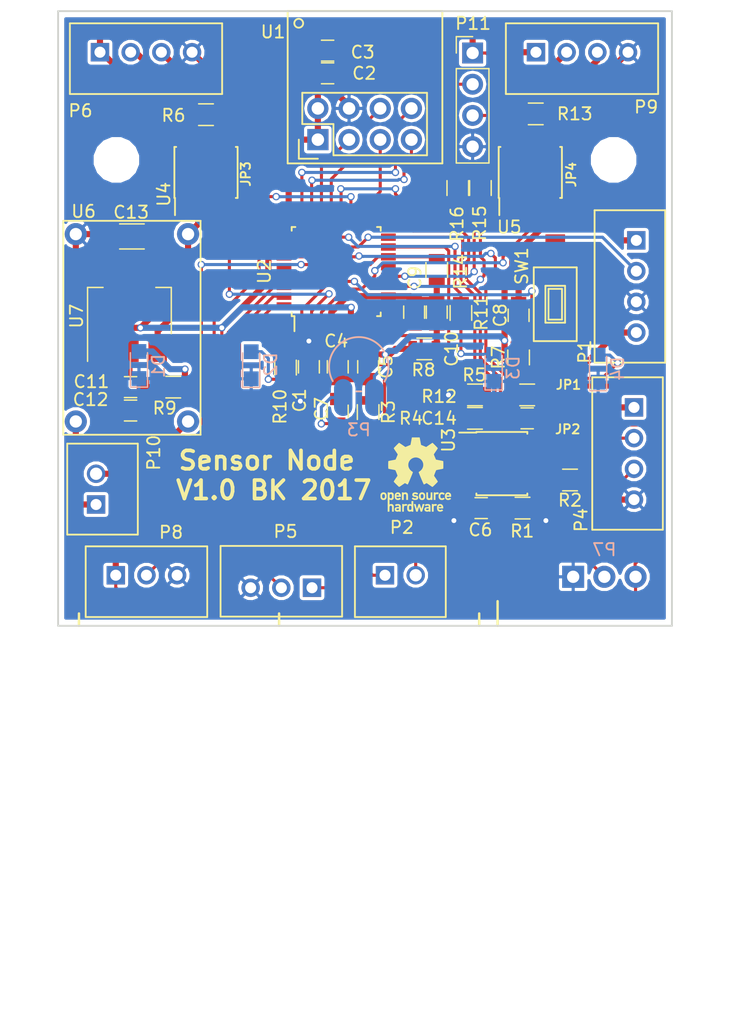
<source format=kicad_pcb>
(kicad_pcb (version 4) (host pcbnew 4.0.2-stable)
  (layers (0 F.Cu signal) (31 B.Cu signal) (34 B.Paste user) (35 F.Paste user) (36 B.SilkS user) (37 F.SilkS user) (38 B.Mask user) (39 F.Mask user) (44 Edge.Cuts user))
  (net 0 "")
  (net 1 "Net-(C1-Pad1)")
  (net 2 GND)
  (net 3 +3V3)
  (net 4 /NTC)
  (net 5 /LDR)
  (net 6 /NRST)
  (net 7 /VDDA)
  (net 8 "Net-(D1-Pad2)")
  (net 9 "Net-(D2-Pad2)")
  (net 10 "Net-(D3-Pad2)")
  (net 11 "Net-(D4-Pad2)")
  (net 12 "Net-(JP1-Pad2)")
  (net 13 /VIN)
  (net 14 "Net-(JP2-Pad2)")
  (net 15 "Net-(JP2-Pad1)")
  (net 16 "Net-(JP3-Pad2)")
  (net 17 /WS2811_2)
  (net 18 "Net-(JP4-Pad2)")
  (net 19 /WS2811_1)
  (net 20 /SYS_SWIM)
  (net 21 "Net-(P4-Pad3)")
  (net 22 +5V)
  (net 23 /IR)
  (net 24 "Net-(P6-Pad3)")
  (net 25 /RADAR)
  (net 26 /GAS)
  (net 27 "Net-(P9-Pad3)")
  (net 28 "Net-(P10-Pad1)")
  (net 29 "Net-(R4-Pad1)")
  (net 30 /TX_485)
  (net 31 /STATUS_1)
  (net 32 /STATUS_2)
  (net 33 /STATUS_3)
  (net 34 /SPI_SCK)
  (net 35 /SPI_NSS)
  (net 36 /PKT)
  (net 37 /SPI_MOSI)
  (net 38 /SPI_MISO)
  (net 39 /I2C_SDA)
  (net 40 /I2C_SCL)
  (net 41 /ADC_SPARE)
  (net 42 /TIM1_CH1)
  (net 43 "Net-(U2-Pad28)")
  (net 44 "Net-(U2-Pad29)")
  (net 45 /RX_485)
  (net 46 /DE_485)
  (net 47 "Net-(U4-Pad1)")
  (net 48 "Net-(U5-Pad1)")
  (module Mounting_Holes:MountingHole_3.2mm_M3 (layer F.Cu) (at 115.25 62.1)
    (fp_text reference REF**1121 hide)
    (fp_text value MountingHole_3.2mm_M3)
    (pad 1 np_thru_hole circle (at 0 0) (size 3.2 3.2) (drill 3.2) (layers *.Cu *.Mask))
  )
  (module Mounting_Holes:MountingHole_3.2mm_M3 (layer F.Cu) (at 74.75 62.1)
    (fp_text reference REF**1111 hide)
    (fp_text value MountingHole_3.2mm_M3)
    (pad 1 np_thru_hole circle (at 0 0) (size 3.2 3.2) (drill 3.2) (layers *.Cu *.Mask))
  )
  (module Capacitors_SMD:C_0805 (layer F.Cu) (at 90.429 78.933 270)
    (fp_text reference C1 (at 2.7305 0.762 270) (layer F.SilkS))
    (fp_text value 1u)
    (pad 1 smd rect (at -1 0 270) (size 1 1.25) (layers F.Cu F.Paste F.Mask) (net 1 "Net-(C1-Pad1)"))
    (pad 2 smd rect (at 1 0 270) (size 1 1.25) (layers F.Cu F.Paste F.Mask) (net 2 GND))
  )
  (module Capacitors_SMD:C_0805 (layer F.Cu) (at 91.953 55.057)
    (fp_text reference C2 (at 2.9845 0) (layer F.SilkS))
    (fp_text value 100n)
    (pad 1 smd rect (at -1 0) (size 1 1.25) (layers F.Cu F.Paste F.Mask) (net 3 +3V3))
    (pad 2 smd rect (at 1 0) (size 1 1.25) (layers F.Cu F.Paste F.Mask) (net 2 GND))
  )
  (module Capacitors_SMD:C_0805 (layer F.Cu) (at 91.953 53.2155)
    (fp_text reference C3 (at 2.8575 0.127) (layer F.SilkS))
    (fp_text value 1u)
    (pad 1 smd rect (at -1 0) (size 1 1.25) (layers F.Cu F.Paste F.Mask) (net 3 +3V3))
    (pad 2 smd rect (at 1 0) (size 1 1.25) (layers F.Cu F.Paste F.Mask) (net 2 GND))
  )
  (module Capacitors_SMD:C_0805 (layer F.Cu) (at 92.7785 78.933 270)
    (fp_text reference C4 (at -2.0955 0.127 360) (layer F.SilkS))
    (fp_text value 100n)
    (pad 1 smd rect (at -1 0 270) (size 1 1.25) (layers F.Cu F.Paste F.Mask) (net 3 +3V3))
    (pad 2 smd rect (at 1 0 270) (size 1 1.25) (layers F.Cu F.Paste F.Mask) (net 2 GND))
  )
  (module Capacitors_SMD:C_0805 (layer F.Cu) (at 95.255 78.933 270)
    (fp_text reference C5 (at 0 -1.4605 450) (layer F.SilkS))
    (fp_text value 100n)
    (pad 1 smd rect (at -1 0 270) (size 1 1.25) (layers F.Cu F.Paste F.Mask) (net 3 +3V3))
    (pad 2 smd rect (at 1 0 270) (size 1 1.25) (layers F.Cu F.Paste F.Mask) (net 2 GND))
  )
  (module Capacitors_SMD:C_0805 (layer F.Cu) (at 104.4625 90.4265 180)
    (fp_text reference C6 (at 0.0625 -1.7735 180) (layer F.SilkS))
    (fp_text value 100n)
    (pad 1 smd rect (at -1 0 180) (size 1 1.25) (layers F.Cu F.Paste F.Mask) (net 4 /NTC))
    (pad 2 smd rect (at 1 0 180) (size 1 1.25) (layers F.Cu F.Paste F.Mask) (net 2 GND))
  )
  (module Capacitors_SMD:C_0805 (layer F.Cu) (at 92.7785 82.5525 90)
    (fp_text reference C7 (at 0.1905 -1.3335 90) (layer F.SilkS))
    (fp_text value 100n)
    (pad 1 smd rect (at -1 0 90) (size 1 1.25) (layers F.Cu F.Paste F.Mask) (net 5 /LDR))
    (pad 2 smd rect (at 1 0 90) (size 1 1.25) (layers F.Cu F.Paste F.Mask) (net 2 GND))
  )
  (module Capacitors_SMD:C_0805 (layer F.Cu) (at 107.5105 74.742 90)
    (fp_text reference C8 (at 0 -1.5 90) (layer F.SilkS))
    (fp_text value 100n)
    (pad 1 smd rect (at -1 0 90) (size 1 1.25) (layers F.Cu F.Paste F.Mask) (net 6 /NRST))
    (pad 2 smd rect (at 1 0 90) (size 1 1.25) (layers F.Cu F.Paste F.Mask) (net 2 GND))
  )
  (module Capacitors_SMD:C_0805 (layer F.Cu) (at 99.0015 74.488 90)
    (fp_text reference C9 (at 2.794 0.0635 90) (layer F.SilkS))
    (fp_text value 100n)
    (pad 1 smd rect (at -1 0 90) (size 1 1.25) (layers F.Cu F.Paste F.Mask) (net 7 /VDDA))
    (pad 2 smd rect (at 1 0 90) (size 1 1.25) (layers F.Cu F.Paste F.Mask) (net 2 GND))
  )
  (module Capacitors_SMD:C_0805 (layer F.Cu) (at 100.843 74.488 90)
    (fp_text reference C10 (at -2.9845 1.2065 90) (layer F.SilkS))
    (fp_text value 1u)
    (pad 1 smd rect (at -1 0 90) (size 1 1.25) (layers F.Cu F.Paste F.Mask) (net 7 /VDDA))
    (pad 2 smd rect (at 1 0 90) (size 1 1.25) (layers F.Cu F.Paste F.Mask) (net 2 GND))
  )
  (module Capacitors_SMD:C_0805 (layer F.Cu) (at 75.9035 80.584 180)
    (fp_text reference C11 (at 3.191 0.4445 180) (layer F.SilkS))
    (fp_text value 100n)
    (pad 1 smd rect (at -1 0 180) (size 1 1.25) (layers F.Cu F.Paste F.Mask) (net 3 +3V3))
    (pad 2 smd rect (at 1 0 180) (size 1 1.25) (layers F.Cu F.Paste F.Mask) (net 2 GND))
  )
  (module Capacitors_SMD:C_0805 (layer F.Cu) (at 75.9035 82.489 180)
    (fp_text reference C12 (at 3.2545 0.889 180) (layer F.SilkS))
    (fp_text value 1u)
    (pad 1 smd rect (at -1 0 180) (size 1 1.25) (layers F.Cu F.Paste F.Mask) (net 3 +3V3))
    (pad 2 smd rect (at 1 0 180) (size 1 1.25) (layers F.Cu F.Paste F.Mask) (net 2 GND))
  )
  (module LEDs:LED_0805 (layer B.Cu) (at 76.586 78.7855 90)
    (fp_text reference D1 (at -0.084 1.5875 90) (layer B.SilkS) (effects (justify mirror)))
    (fp_text value On)
    (pad 2 smd rect (at 1.1 0 270) (size 1.2 1.2) (layers B.Cu B.Paste B.Mask) (net 8 "Net-(D1-Pad2)"))
    (pad 1 smd rect (at -1.1 0 270) (size 1.2 1.2) (layers B.Cu B.Paste B.Mask) (net 2 GND))
  )
  (module LEDs:LED_0805 (layer B.Cu) (at 85.73 78.806 90)
    (fp_text reference D2 (at 0.0635 1.5875 90) (layer B.SilkS) (effects (justify mirror)))
    (fp_text value Conn)
    (pad 2 smd rect (at 1.1 0 270) (size 1.2 1.2) (layers B.Cu B.Paste B.Mask) (net 9 "Net-(D2-Pad2)"))
    (pad 1 smd rect (at -1.1 0 270) (size 1.2 1.2) (layers B.Cu B.Paste B.Mask) (net 2 GND))
  )
  (module LEDs:LED_0805 (layer B.Cu) (at 105.4785 79.017 90)
    (fp_text reference D3 (at 0 1.5875 90) (layer B.SilkS) (effects (justify mirror)))
    (fp_text value PIR)
    (pad 2 smd rect (at 1.1 0 270) (size 1.2 1.2) (layers B.Cu B.Paste B.Mask) (net 10 "Net-(D3-Pad2)"))
    (pad 1 smd rect (at -1.1 0 270) (size 1.2 1.2) (layers B.Cu B.Paste B.Mask) (net 2 GND))
  )
  (module LEDs:LED_0805 (layer B.Cu) (at 113.9875 79.0805 90)
    (fp_text reference D4 (at 0 1.5875 90) (layer B.SilkS) (effects (justify mirror)))
    (fp_text value RADAR)
    (pad 2 smd rect (at 1.1 0 270) (size 1.2 1.2) (layers B.Cu B.Paste B.Mask) (net 11 "Net-(D4-Pad2)"))
    (pad 1 smd rect (at -1.1 0 270) (size 1.2 1.2) (layers B.Cu B.Paste B.Mask) (net 2 GND))
  )
  (module Motion_Node:2_pin_solder_jumper_smd (layer F.Cu) (at 111.5745 82.235)
    (fp_text reference JP1 (at 0 -1.8415) (layer F.SilkS) (effects (font (size 0.75 0.75))))
    (fp_text value Jumper_NO_Small)
    (pad 2 smd trapezoid (at 0.8 0) (size 1.27 1.524) (rect_delta 0.6 0) (layers F.Cu F.Paste F.Mask) (net 12 "Net-(JP1-Pad2)"))
    (pad 1 smd trapezoid (at -0.8 0) (size 1.27 1.524) (rect_delta -0.6 0) (layers F.Cu F.Paste F.Mask) (net 13 /VIN))
  )
  (module Motion_Node:2_pin_solder_jumper_smd (layer F.Cu) (at 111.5745 85.537 180)
    (fp_text reference JP2 (at 0.0635 1.524 180) (layer F.SilkS) (effects (font (size 0.75 0.75))))
    (fp_text value Jumper_NO_Small)
    (pad 2 smd trapezoid (at 0.8 0 180) (size 1.27 1.524) (rect_delta 0.6 0) (layers F.Cu F.Paste F.Mask) (net 14 "Net-(JP2-Pad2)"))
    (pad 1 smd trapezoid (at -0.8 0 180) (size 1.27 1.524) (rect_delta -0.6 0) (layers F.Cu F.Paste F.Mask) (net 15 "Net-(JP2-Pad1)"))
  )
  (module Motion_Node:2_pin_solder_jumper_smd (layer F.Cu) (at 82.2375 63.1215 180)
    (fp_text reference JP3 (at -3.048 -0.127 450) (layer F.SilkS) (effects (font (size 0.75 0.75))))
    (fp_text value Jumper_NO_Small)
    (pad 2 smd trapezoid (at 0.8 0 180) (size 1.27 1.524) (rect_delta 0.6 0) (layers F.Cu F.Paste F.Mask) (net 16 "Net-(JP3-Pad2)"))
    (pad 1 smd trapezoid (at -0.8 0 180) (size 1.27 1.524) (rect_delta -0.6 0) (layers F.Cu F.Paste F.Mask) (net 17 /WS2811_2))
  )
  (module Motion_Node:2_pin_solder_jumper_smd (layer F.Cu) (at 108.425 63.185 180)
    (fp_text reference JP4 (at -3.375 -0.115 450) (layer F.SilkS) (effects (font (size 0.75 0.75))))
    (fp_text value Jumper_NO_Small)
    (pad 2 smd trapezoid (at 0.8 0 180) (size 1.27 1.524) (rect_delta 0.6 0) (layers F.Cu F.Paste F.Mask) (net 18 "Net-(JP4-Pad2)"))
    (pad 1 smd trapezoid (at -0.8 0 180) (size 1.27 1.524) (rect_delta -0.6 0) (layers F.Cu F.Paste F.Mask) (net 19 /WS2811_1))
  )
  (module Resistors_SMD:R_0805 (layer F.Cu) (at 107.8305 90.4265)
    (fp_text reference R1 (at -0.0305 1.8735) (layer F.SilkS))
    (fp_text value 100k)
    (pad 1 smd rect (at -0.95 0) (size 0.7 1.3) (layers F.Cu F.Paste F.Mask) (net 4 /NTC))
    (pad 2 smd rect (at 0.95 0) (size 0.7 1.3) (layers F.Cu F.Paste F.Mask) (net 2 GND))
  )
  (module Resistors_SMD:R_0805 (layer F.Cu) (at 111.699 88.1405 180)
    (fp_text reference R2 (at 0 -1.65 180) (layer F.SilkS))
    (fp_text value 120)
    (pad 1 smd rect (at -0.95 0 180) (size 0.7 1.3) (layers F.Cu F.Paste F.Mask) (net 15 "Net-(JP2-Pad1)"))
    (pad 2 smd rect (at 0.95 0 180) (size 0.7 1.3) (layers F.Cu F.Paste F.Mask) (net 21 "Net-(P4-Pad3)"))
  )
  (module Resistors_SMD:R_0805 (layer F.Cu) (at 95.255 82.616 90)
    (fp_text reference R3 (at 0 1.651 90) (layer F.SilkS))
    (fp_text value 5K)
    (pad 1 smd rect (at -0.95 0 90) (size 0.7 1.3) (layers F.Cu F.Paste F.Mask) (net 5 /LDR))
    (pad 2 smd rect (at 0.95 0 90) (size 0.7 1.3) (layers F.Cu F.Paste F.Mask) (net 2 GND))
  )
  (module Resistors_SMD:R_0805 (layer F.Cu) (at 103.9545 83.124)
    (fp_text reference R4 (at -5.207 0) (layer F.SilkS))
    (fp_text value 1K)
    (pad 1 smd rect (at -0.95 0) (size 0.7 1.3) (layers F.Cu F.Paste F.Mask) (net 29 "Net-(R4-Pad1)"))
    (pad 2 smd rect (at 0.95 0) (size 0.7 1.3) (layers F.Cu F.Paste F.Mask) (net 45 /RX_485))
  )
  (module Resistors_SMD:R_0805 (layer F.Cu) (at 103.957 81.219 180)
    (fp_text reference R5 (at 0.057 1.619 180) (layer F.SilkS))
    (fp_text value 2K)
    (pad 1 smd rect (at -0.95 0 180) (size 0.7 1.3) (layers F.Cu F.Paste F.Mask) (net 45 /RX_485))
    (pad 2 smd rect (at 0.95 0 180) (size 0.7 1.3) (layers F.Cu F.Paste F.Mask) (net 2 GND))
  )
  (module Resistors_SMD:R_0805 (layer F.Cu) (at 82.047 58.4225)
    (fp_text reference R6 (at -2.647 0.0635) (layer F.SilkS))
    (fp_text value 120)
    (pad 1 smd rect (at -0.95 0) (size 0.7 1.3) (layers F.Cu F.Paste F.Mask) (net 16 "Net-(JP3-Pad2)"))
    (pad 2 smd rect (at 0.95 0) (size 0.7 1.3) (layers F.Cu F.Paste F.Mask) (net 24 "Net-(P6-Pad3)"))
  )
  (module Resistors_SMD:R_0805 (layer F.Cu) (at 107.5105 78.171 90)
    (fp_text reference R7 (at 0 -1.65 90) (layer F.SilkS))
    (fp_text value 10k)
    (pad 1 smd rect (at -0.95 0 90) (size 0.7 1.3) (layers F.Cu F.Paste F.Mask) (net 3 +3V3))
    (pad 2 smd rect (at 0.95 0 90) (size 0.7 1.3) (layers F.Cu F.Paste F.Mask) (net 6 /NRST))
  )
  (module Resistors_SMD:R_0805 (layer F.Cu) (at 99.827 77.4725)
    (fp_text reference R8 (at -0.0635 1.7145) (layer F.SilkS))
    (fp_text value 20)
    (pad 1 smd rect (at -0.95 0) (size 0.7 1.3) (layers F.Cu F.Paste F.Mask) (net 3 +3V3))
    (pad 2 smd rect (at 0.95 0) (size 0.7 1.3) (layers F.Cu F.Paste F.Mask) (net 7 /VDDA))
  )
  (module Resistors_SMD:R_0805 (layer F.Cu) (at 79.38 80.584)
    (fp_text reference R9 (at -0.6985 1.7145) (layer F.SilkS))
    (fp_text value 180)
    (pad 1 smd rect (at -0.95 0) (size 0.7 1.3) (layers F.Cu F.Paste F.Mask) (net 3 +3V3))
    (pad 2 smd rect (at 0.95 0) (size 0.7 1.3) (layers F.Cu F.Paste F.Mask) (net 8 "Net-(D1-Pad2)"))
  )
  (module Resistors_SMD:R_0805 (layer F.Cu) (at 88.524 78.994 270)
    (fp_text reference R10 (at 3.1775 0.4445 270) (layer F.SilkS))
    (fp_text value 180)
    (pad 1 smd rect (at -0.95 0 270) (size 0.7 1.3) (layers F.Cu F.Paste F.Mask) (net 31 /STATUS_1))
    (pad 2 smd rect (at 0.95 0 270) (size 0.7 1.3) (layers F.Cu F.Paste F.Mask) (net 9 "Net-(D2-Pad2)"))
  )
  (module Resistors_SMD:R_0805 (layer F.Cu) (at 102.8115 74.5515 270)
    (fp_text reference R11 (at 0 -1.65 270) (layer F.SilkS))
    (fp_text value 180)
    (pad 1 smd rect (at -0.95 0 270) (size 0.7 1.3) (layers F.Cu F.Paste F.Mask) (net 32 /STATUS_2))
    (pad 2 smd rect (at 0.95 0 270) (size 0.7 1.3) (layers F.Cu F.Paste F.Mask) (net 10 "Net-(D3-Pad2)"))
  )
  (module Resistors_SMD:R_0805 (layer F.Cu) (at 108.209 81.219)
    (fp_text reference R12 (at -7.1755 0.127) (layer F.SilkS))
    (fp_text value 180)
    (pad 1 smd rect (at -0.95 0) (size 0.7 1.3) (layers F.Cu F.Paste F.Mask) (net 33 /STATUS_3))
    (pad 2 smd rect (at 0.95 0) (size 0.7 1.3) (layers F.Cu F.Paste F.Mask) (net 11 "Net-(D4-Pad2)"))
  )
  (module Resistors_SMD:R_0805 (layer F.Cu) (at 108.9075 58.359)
    (fp_text reference R13 (at 3.175 0) (layer F.SilkS))
    (fp_text value 120)
    (pad 1 smd rect (at -0.95 0) (size 0.7 1.3) (layers F.Cu F.Paste F.Mask) (net 18 "Net-(JP4-Pad2)"))
    (pad 2 smd rect (at 0.95 0) (size 0.7 1.3) (layers F.Cu F.Paste F.Mask) (net 27 "Net-(P9-Pad3)"))
  )
  (module Resistors_SMD:R_0805 (layer F.Cu) (at 100.843 71.059 270)
    (fp_text reference R14 (at 0.128999 -1.9405 270) (layer F.SilkS))
    (fp_text value 10k)
    (pad 1 smd rect (at -0.95 0 270) (size 0.7 1.3) (layers F.Cu F.Paste F.Mask) (net 26 /GAS))
    (pad 2 smd rect (at 0.95 0 270) (size 0.7 1.3) (layers F.Cu F.Paste F.Mask) (net 2 GND))
  )
  (module Motion_Node:SW_SPST_TACT_SMD_3X6 (layer F.Cu) (at 110.495 73.853 90)
    (fp_text reference SW1 (at 3.1115 -2.7305 270) (layer F.SilkS))
    (fp_text value RST)
    (pad 1 smd rect (at -4.60243 -0.00232 90) (size 2.18 1.6) (layers F.Cu F.Paste F.Mask) (net 6 /NRST))
    (pad 2 smd rect (at 4.60243 0.00232 90) (size 2.18 1.6) (layers F.Cu F.Paste F.Mask) (net 2 GND))
  )
  (module Housings_QFP:LQFP-32_7x7mm_Pitch0.8mm (layer F.Cu) (at 92.6515 71.186 90)
    (fp_text reference U2 (at 0 -5.85 90) (layer F.SilkS))
    (fp_text value STM8S105K4)
    (pad 1 smd rect (at -4.25 -2.8 90) (size 1.2 0.6) (layers F.Cu F.Paste F.Mask) (net 6 /NRST))
    (pad 2 smd rect (at -4.25 -2 90) (size 1.2 0.6) (layers F.Cu F.Paste F.Mask) (net 17 /WS2811_2))
    (pad 3 smd rect (at -4.25 -1.2 90) (size 1.2 0.6) (layers F.Cu F.Paste F.Mask) (net 19 /WS2811_1))
    (pad 4 smd rect (at -4.25 -0.4 90) (size 1.2 0.6) (layers F.Cu F.Paste F.Mask) (net 2 GND))
    (pad 5 smd rect (at -4.25 0.4 90) (size 1.2 0.6) (layers F.Cu F.Paste F.Mask) (net 1 "Net-(C1-Pad1)"))
    (pad 6 smd rect (at -4.25 1.2 90) (size 1.2 0.6) (layers F.Cu F.Paste F.Mask) (net 3 +3V3))
    (pad 7 smd rect (at -4.25 2 90) (size 1.2 0.6) (layers F.Cu F.Paste F.Mask) (net 3 +3V3))
    (pad 8 smd rect (at -4.25 2.8 90) (size 1.2 0.6) (layers F.Cu F.Paste F.Mask) (net 31 /STATUS_1))
    (pad 9 smd rect (at -2.8 4.25 180) (size 1.2 0.6) (layers F.Cu F.Paste F.Mask) (net 7 /VDDA))
    (pad 10 smd rect (at -2 4.25 180) (size 1.2 0.6) (layers F.Cu F.Paste F.Mask) (net 2 GND))
    (pad 11 smd rect (at -1.2 4.25 180) (size 1.2 0.6) (layers F.Cu F.Paste F.Mask) (net 39 /I2C_SDA))
    (pad 12 smd rect (at -0.4 4.25 180) (size 1.2 0.6) (layers F.Cu F.Paste F.Mask) (net 40 /I2C_SCL))
    (pad 13 smd rect (at 0.4 4.25 180) (size 1.2 0.6) (layers F.Cu F.Paste F.Mask) (net 41 /ADC_SPARE))
    (pad 14 smd rect (at 1.2 4.25 180) (size 1.2 0.6) (layers F.Cu F.Paste F.Mask) (net 26 /GAS))
    (pad 15 smd rect (at 2 4.25 180) (size 1.2 0.6) (layers F.Cu F.Paste F.Mask) (net 5 /LDR))
    (pad 16 smd rect (at 2.8 4.25 180) (size 1.2 0.6) (layers F.Cu F.Paste F.Mask) (net 4 /NTC))
    (pad 17 smd rect (at 4.25 2.8 90) (size 1.2 0.6) (layers F.Cu F.Paste F.Mask) (net 35 /SPI_NSS))
    (pad 18 smd rect (at 4.25 2 90) (size 1.2 0.6) (layers F.Cu F.Paste F.Mask) (net 42 /TIM1_CH1))
    (pad 19 smd rect (at 4.25 1.2 90) (size 1.2 0.6) (layers F.Cu F.Paste F.Mask) (net 23 /IR))
    (pad 20 smd rect (at 4.25 0.4 90) (size 1.2 0.6) (layers F.Cu F.Paste F.Mask) (net 25 /RADAR))
    (pad 21 smd rect (at 4.25 -0.4 90) (size 1.2 0.6) (layers F.Cu F.Paste F.Mask) (net 36 /PKT))
    (pad 22 smd rect (at 4.25 -1.2 90) (size 1.2 0.6) (layers F.Cu F.Paste F.Mask) (net 34 /SPI_SCK))
    (pad 23 smd rect (at 4.25 -2 90) (size 1.2 0.6) (layers F.Cu F.Paste F.Mask) (net 37 /SPI_MOSI))
    (pad 24 smd rect (at 4.25 -2.8 90) (size 1.2 0.6) (layers F.Cu F.Paste F.Mask) (net 38 /SPI_MISO))
    (pad 25 smd rect (at 2.8 -4.25 180) (size 1.2 0.6) (layers F.Cu F.Paste F.Mask) (net 32 /STATUS_2))
    (pad 26 smd rect (at 2 -4.25 180) (size 1.2 0.6) (layers F.Cu F.Paste F.Mask) (net 20 /SYS_SWIM))
    (pad 27 smd rect (at 1.2 -4.25 180) (size 1.2 0.6) (layers F.Cu F.Paste F.Mask) (net 33 /STATUS_3))
    (pad 28 smd rect (at 0.4 -4.25 180) (size 1.2 0.6) (layers F.Cu F.Paste F.Mask) (net 43 "Net-(U2-Pad28)"))
    (pad 29 smd rect (at -0.4 -4.25 180) (size 1.2 0.6) (layers F.Cu F.Paste F.Mask) (net 44 "Net-(U2-Pad29)"))
    (pad 30 smd rect (at -1.2 -4.25 180) (size 1.2 0.6) (layers F.Cu F.Paste F.Mask) (net 30 /TX_485))
    (pad 31 smd rect (at -2 -4.25 180) (size 1.2 0.6) (layers F.Cu F.Paste F.Mask) (net 45 /RX_485))
    (pad 32 smd rect (at -2.8 -4.25 180) (size 1.2 0.6) (layers F.Cu F.Paste F.Mask) (net 46 /DE_485))
  )
  (module Housings_SOIC:SOIC-8_3.9x4.9mm_Pitch1.27mm (layer F.Cu) (at 106.1465 86.807)
    (fp_text reference U3 (at -4.3465 -1.907 90) (layer F.SilkS))
    (fp_text value MAX485)
    (pad 1 smd rect (at -2.7 -1.905) (size 1.55 0.6) (layers F.Cu F.Paste F.Mask) (net 29 "Net-(R4-Pad1)"))
    (pad 2 smd rect (at -2.7 -0.635) (size 1.55 0.6) (layers F.Cu F.Paste F.Mask) (net 46 /DE_485))
    (pad 3 smd rect (at -2.7 0.635) (size 1.55 0.6) (layers F.Cu F.Paste F.Mask) (net 46 /DE_485))
    (pad 4 smd rect (at -2.7 1.905) (size 1.55 0.6) (layers F.Cu F.Paste F.Mask) (net 30 /TX_485))
    (pad 5 smd rect (at 2.7 1.905) (size 1.55 0.6) (layers F.Cu F.Paste F.Mask) (net 2 GND))
    (pad 6 smd rect (at 2.7 0.635) (size 1.55 0.6) (layers F.Cu F.Paste F.Mask) (net 21 "Net-(P4-Pad3)"))
    (pad 7 smd rect (at 2.7 -0.635) (size 1.55 0.6) (layers F.Cu F.Paste F.Mask) (net 14 "Net-(JP2-Pad2)"))
    (pad 8 smd rect (at 2.7 -1.905) (size 1.55 0.6) (layers F.Cu F.Paste F.Mask) (net 22 +5V))
  )
  (module Housings_SOIC:SOIC-8_3.9x4.9mm_Pitch1.27mm (layer F.Cu) (at 82.047 63.1215 90)
    (fp_text reference U4 (at -1.778 -3.429 90) (layer F.SilkS))
    (fp_text value MAX485)
    (pad 1 smd rect (at -2.7 -1.905 90) (size 1.55 0.6) (layers F.Cu F.Paste F.Mask) (net 47 "Net-(U4-Pad1)"))
    (pad 2 smd rect (at -2.7 -0.635 90) (size 1.55 0.6) (layers F.Cu F.Paste F.Mask) (net 22 +5V))
    (pad 3 smd rect (at -2.7 0.635 90) (size 1.55 0.6) (layers F.Cu F.Paste F.Mask) (net 22 +5V))
    (pad 4 smd rect (at -2.7 1.905 90) (size 1.55 0.6) (layers F.Cu F.Paste F.Mask) (net 17 /WS2811_2))
    (pad 5 smd rect (at 2.7 1.905 90) (size 1.55 0.6) (layers F.Cu F.Paste F.Mask) (net 2 GND))
    (pad 6 smd rect (at 2.7 0.635 90) (size 1.55 0.6) (layers F.Cu F.Paste F.Mask) (net 24 "Net-(P6-Pad3)"))
    (pad 7 smd rect (at 2.7 -0.635 90) (size 1.55 0.6) (layers F.Cu F.Paste F.Mask) (net 16 "Net-(JP3-Pad2)"))
    (pad 8 smd rect (at 2.7 -1.905 90) (size 1.55 0.6) (layers F.Cu F.Paste F.Mask) (net 22 +5V))
  )
  (module Housings_SOIC:SOIC-8_3.9x4.9mm_Pitch1.27mm (layer F.Cu) (at 108.463 63.1215 90)
    (fp_text reference U5 (at -4.445 -1.7145 180) (layer F.SilkS))
    (fp_text value MAX485)
    (pad 1 smd rect (at -2.7 -1.905 90) (size 1.55 0.6) (layers F.Cu F.Paste F.Mask) (net 48 "Net-(U5-Pad1)"))
    (pad 2 smd rect (at -2.7 -0.635 90) (size 1.55 0.6) (layers F.Cu F.Paste F.Mask) (net 22 +5V))
    (pad 3 smd rect (at -2.7 0.635 90) (size 1.55 0.6) (layers F.Cu F.Paste F.Mask) (net 22 +5V))
    (pad 4 smd rect (at -2.7 1.905 90) (size 1.55 0.6) (layers F.Cu F.Paste F.Mask) (net 19 /WS2811_1))
    (pad 5 smd rect (at 2.7 1.905 90) (size 1.55 0.6) (layers F.Cu F.Paste F.Mask) (net 2 GND))
    (pad 6 smd rect (at 2.7 0.635 90) (size 1.55 0.6) (layers F.Cu F.Paste F.Mask) (net 27 "Net-(P9-Pad3)"))
    (pad 7 smd rect (at 2.7 -0.635 90) (size 1.55 0.6) (layers F.Cu F.Paste F.Mask) (net 18 "Net-(JP4-Pad2)"))
    (pad 8 smd rect (at 2.7 -1.905 90) (size 1.55 0.6) (layers F.Cu F.Paste F.Mask) (net 22 +5V))
  )
  (module TO_SOT_Packages_SMD:SOT-223 (layer F.Cu) (at 75.81 74.386 90)
    (fp_text reference U7 (at -0.4195 -4.304 90) (layer F.SilkS))
    (fp_text value AMS1117)
    (pad 4 smd rect (at 3.15 0 90) (size 2 3.8) (layers F.Cu F.Paste F.Mask))
    (pad 2 smd rect (at -3.15 0 90) (size 2 1.5) (layers F.Cu F.Paste F.Mask) (net 3 +3V3))
    (pad 3 smd rect (at -3.15 2.3 90) (size 2 1.5) (layers F.Cu F.Paste F.Mask) (net 22 +5V))
    (pad 1 smd rect (at -3.15 -2.3 90) (size 2 1.5) (layers F.Cu F.Paste F.Mask) (net 2 GND))
  )
  (module Motion_Node:LDR_5mm_SM (layer B.Cu) (at 94.493 78.933 180)
    (fp_text reference P3 (at 0 -5.1308 180) (layer B.SilkS) (effects (justify mirror)))
    (fp_text value LDR)
    (pad 1 smd oval (at -1.27 -2.5 180) (size 1.5 3) (layers B.Cu B.Paste B.Mask) (net 3 +3V3))
    (pad 2 smd oval (at 1.27 -2.5 180) (size 1.5 3) (layers B.Cu B.Paste B.Mask) (net 5 /LDR))
  )
  (module Symbols:OSHW-Logo_5.7x6mm_SilkScreen (layer F.Cu) (at 99.1285 87.696)
    (fp_text reference REF*** hide)
    (fp_text value OSHW-Logo_5.7x6mm_SilkScreen hide)
  )
  (module Pin_Headers:Pin_Header_Straight_1x04_Pitch2.54mm (layer F.Cu) (at 103.764 53.406)
    (fp_text reference P11 (at 0.036 -2.406) (layer F.SilkS))
    (fp_text value IIC)
    (pad 1 thru_hole rect (at 0 0) (size 1.7 1.7) (drill 1) (layers *.Cu *.Mask) (net 3 +3V3))
    (pad 2 thru_hole oval (at 0 2.54) (size 1.7 1.7) (drill 1) (layers *.Cu *.Mask) (net 40 /I2C_SCL))
    (pad 3 thru_hole oval (at 0 5.08) (size 1.7 1.7) (drill 1) (layers *.Cu *.Mask) (net 39 /I2C_SDA))
    (pad 4 thru_hole oval (at 0 7.62) (size 1.7 1.7) (drill 1) (layers *.Cu *.Mask) (net 2 GND))
  )
  (module Resistors_SMD:R_0805 (layer F.Cu) (at 104.399 64.389 270)
    (fp_text reference R15 (at 2.86 0.0635 270) (layer F.SilkS))
    (fp_text value 4.7K)
    (pad 1 smd rect (at -0.95 0 270) (size 0.7 1.3) (layers F.Cu F.Paste F.Mask) (net 3 +3V3))
    (pad 2 smd rect (at 0.95 0 270) (size 0.7 1.3) (layers F.Cu F.Paste F.Mask) (net 39 /I2C_SDA))
  )
  (module Resistors_SMD:R_0805 (layer F.Cu) (at 102.5575 64.3915 270)
    (fp_text reference R16 (at 2.921 0.0635 270) (layer F.SilkS))
    (fp_text value 4.7K)
    (pad 1 smd rect (at -0.95 0 270) (size 0.7 1.3) (layers F.Cu F.Paste F.Mask) (net 3 +3V3))
    (pad 2 smd rect (at 0.95 0 270) (size 0.7 1.3) (layers F.Cu F.Paste F.Mask) (net 40 /I2C_SCL))
  )
  (module Capacitors_SMD:C_1206 (layer F.Cu) (at 76.0145 68.3285 180)
    (fp_text reference C13 (at 0.0635 1.9685 180) (layer F.SilkS))
    (fp_text value 10u)
    (pad 1 smd rect (at -1.5 0 180) (size 1 1.6) (layers F.Cu F.Paste F.Mask) (net 3 +3V3))
    (pad 2 smd rect (at 1.5 0 180) (size 1 1.6) (layers F.Cu F.Paste F.Mask) (net 2 GND))
  )
  (module Motion_Node:RCWL-0516_3Pin (layer B.Cu) (at 114.4955 112.7645)
    (fp_text reference P7 (at 0 -18.95) (layer B.SilkS) (effects (justify mirror)))
    (fp_text value RADAR)
    (pad 2 thru_hole circle (at 0 -16.75) (size 1.8 1.8) (drill 1) (layers *.Cu *.Mask) (net 25 /RADAR))
    (pad 1 thru_hole rect (at -2.54 -16.75) (size 1.8 1.8) (drill 1) (layers *.Cu *.Mask) (net 2 GND))
    (pad 3 thru_hole circle (at 2.54 -16.75) (size 1.8 1.8) (drill 1) (layers *.Cu *.Mask) (net 22 +5V))
  )
  (module Capacitors_SMD:C_0805 (layer F.Cu) (at 108.209 83.124 180)
    (fp_text reference C14 (at 7.1755 0 180) (layer F.SilkS))
    (fp_text value 100n)
    (pad 1 smd rect (at -1 0 180) (size 1 1.25) (layers F.Cu F.Paste F.Mask) (net 22 +5V))
    (pad 2 smd rect (at 1 0 180) (size 1 1.25) (layers F.Cu F.Paste F.Mask) (net 2 GND))
  )
  (module Motion_Node:JST_B4B-XH-A (layer F.Cu) (at 117.099 68.646 270)
    (fp_text reference P1 (at 9.054 4.199 270) (layer F.SilkS))
    (fp_text value SWIM)
    (pad 1 thru_hole rect (at 0 0 270) (size 1.5 1.5) (drill 0.9) (layers *.Cu *.Mask) (net 3 +3V3))
    (pad 2 thru_hole circle (at 2.5 0 270) (size 1.5 1.5) (drill 0.9) (layers *.Cu *.Mask) (net 20 /SYS_SWIM))
    (pad 3 thru_hole circle (at 5 0 270) (size 1.5 1.5) (drill 0.9) (layers *.Cu *.Mask) (net 2 GND))
    (pad 4 thru_hole circle (at 7.5 0 270) (size 1.5 1.5) (drill 0.9) (layers *.Cu *.Mask) (net 6 /NRST))
  )
  (module Motion_Node:JST_B4B-XH-A (layer F.Cu) (at 116.9085 82.235 270)
    (fp_text reference P4 (at 9.165 4.3085 270) (layer F.SilkS))
    (fp_text value 485)
    (pad 1 thru_hole rect (at 0 0 270) (size 1.5 1.5) (drill 0.9) (layers *.Cu *.Mask) (net 12 "Net-(JP1-Pad2)"))
    (pad 2 thru_hole circle (at 2.5 0 270) (size 1.5 1.5) (drill 0.9) (layers *.Cu *.Mask) (net 14 "Net-(JP2-Pad2)"))
    (pad 3 thru_hole circle (at 5 0 270) (size 1.5 1.5) (drill 0.9) (layers *.Cu *.Mask) (net 21 "Net-(P4-Pad3)"))
    (pad 4 thru_hole circle (at 7.5 0 270) (size 1.5 1.5) (drill 0.9) (layers *.Cu *.Mask) (net 2 GND))
  )
  (module Motion_Node:JST_B4B-XH-A (layer F.Cu) (at 73.411 53.3425)
    (fp_text reference P6 (at -1.5875 4.7625) (layer F.SilkS))
    (fp_text value LED2)
    (pad 1 thru_hole rect (at 0 0) (size 1.5 1.5) (drill 0.9) (layers *.Cu *.Mask) (net 22 +5V))
    (pad 2 thru_hole circle (at 2.5 0) (size 1.5 1.5) (drill 0.9) (layers *.Cu *.Mask) (net 16 "Net-(JP3-Pad2)"))
    (pad 3 thru_hole circle (at 5 0) (size 1.5 1.5) (drill 0.9) (layers *.Cu *.Mask) (net 24 "Net-(P6-Pad3)"))
    (pad 4 thru_hole circle (at 7.5 0) (size 1.5 1.5) (drill 0.9) (layers *.Cu *.Mask) (net 2 GND))
  )
  (module Motion_Node:JST_B4B-XH-A (layer F.Cu) (at 108.924 53.3425)
    (fp_text reference P9 (at 8.976 4.4575) (layer F.SilkS))
    (fp_text value LED1)
    (pad 1 thru_hole rect (at 0 0) (size 1.5 1.5) (drill 0.9) (layers *.Cu *.Mask) (net 22 +5V))
    (pad 2 thru_hole circle (at 2.5 0) (size 1.5 1.5) (drill 0.9) (layers *.Cu *.Mask) (net 18 "Net-(JP4-Pad2)"))
    (pad 3 thru_hole circle (at 5 0) (size 1.5 1.5) (drill 0.9) (layers *.Cu *.Mask) (net 27 "Net-(P9-Pad3)"))
    (pad 4 thru_hole circle (at 7.5 0) (size 1.5 1.5) (drill 0.9) (layers *.Cu *.Mask) (net 2 GND))
  )
  (module Motion_Node:JST_B2B-XH-A (layer F.Cu) (at 96.6285 95.8875)
    (fp_text reference P2 (at 1.3715 -3.8875) (layer F.SilkS))
    (fp_text value NTC)
    (pad 1 thru_hole rect (at 0 0) (size 1.5 1.5) (drill 0.9) (layers *.Cu *.Mask) (net 3 +3V3))
    (pad 2 thru_hole circle (at 2.5 0) (size 1.5 1.5) (drill 1) (layers *.Cu *.Mask) (net 4 /NTC))
  )
  (module Motion_Node:JST_B2B-XH-A (layer F.Cu) (at 73.0935 90.1325 90)
    (fp_text reference P10 (at 4.2145 4.699 90) (layer F.SilkS))
    (fp_text value VIN)
    (pad 1 thru_hole rect (at 0 0 90) (size 1.5 1.5) (drill 0.9) (layers *.Cu *.Mask) (net 28 "Net-(P10-Pad1)"))
    (pad 2 thru_hole circle (at 2.5 0 90) (size 1.5 1.5) (drill 1) (layers *.Cu *.Mask) (net 13 /VIN))
  )
  (module Motion_Node:JST_B3B-XH-A (layer F.Cu) (at 90.683 96.9035 180)
    (fp_text reference P5 (at 2.159 4.572 180) (layer F.SilkS))
    (fp_text value IR)
    (pad 1 thru_hole rect (at 0 0 180) (size 1.5 1.5) (drill 0.9) (layers *.Cu *.Mask) (net 22 +5V))
    (pad 2 thru_hole circle (at 2.5 0 180) (size 1.5 1.5) (drill 0.9) (layers *.Cu *.Mask) (net 23 /IR))
    (pad 3 thru_hole circle (at 5 0 180) (size 1.5 1.5) (drill 0.9) (layers *.Cu *.Mask) (net 2 GND))
  )
  (module Motion_Node:JST_B3B-XH-A (layer F.Cu) (at 74.6975 95.8875)
    (fp_text reference P8 (at 4.5025 -3.4875 180) (layer F.SilkS))
    (fp_text value GAS)
    (pad 1 thru_hole rect (at 0 0) (size 1.5 1.5) (drill 0.9) (layers *.Cu *.Mask) (net 22 +5V))
    (pad 2 thru_hole circle (at 2.5 0) (size 1.5 1.5) (drill 0.9) (layers *.Cu *.Mask) (net 26 /GAS))
    (pad 3 thru_hole circle (at 5 0) (size 1.5 1.5) (drill 0.9) (layers *.Cu *.Mask) (net 2 GND))
  )
  (module Motion_Node:Mini360_DCDC (layer F.Cu) (at 76.0145 75.758 90)
    (fp_text reference U6 (at 9.4615 -3.937 180) (layer F.SilkS))
    (fp_text value Mini360_DCDC)
    (pad 1 thru_hole circle (at -7.62 4.572 90) (size 1.8 1.8) (drill 1) (layers *.Cu *.Mask) (net 13 /VIN))
    (pad 2 thru_hole circle (at -7.62 -4.572 90) (size 1.8 1.8) (drill 1) (layers *.Cu *.Mask) (net 28 "Net-(P10-Pad1)"))
    (pad 4 thru_hole circle (at 7.62 -4.572 90) (size 1.8 1.8) (drill 1) (layers *.Cu *.Mask) (net 2 GND))
    (pad 3 thru_hole circle (at 7.62 4.572 90) (size 1.8 1.8) (drill 1) (layers *.Cu *.Mask) (net 22 +5V))
  )
  (module Motion_Node:XY-WB_LT8920 (layer F.Cu) (at 95 60.3865)
    (fp_text reference U1 (at -7.492 -8.695) (layer F.SilkS))
    (fp_text value LT8920_Mini)
    (pad 1 thru_hole rect (at -3.841 0.068 90) (size 1.7272 1.7272) (drill 1.016) (layers *.Cu *.Mask) (net 3 +3V3))
    (pad 8 thru_hole oval (at -3.841 -2.472 90) (size 1.7272 1.7272) (drill 1.016) (layers *.Cu *.Mask) (net 3 +3V3))
    (pad 2 thru_hole oval (at -1.301 0.068 90) (size 1.7272 1.7272) (drill 1.016) (layers *.Cu *.Mask) (net 34 /SPI_SCK))
    (pad 7 thru_hole oval (at -1.301 -2.472 90) (size 1.7272 1.7272) (drill 1.016) (layers *.Cu *.Mask) (net 2 GND))
    (pad 3 thru_hole oval (at 1.239 0.068 90) (size 1.7272 1.7272) (drill 1.016) (layers *.Cu *.Mask) (net 35 /SPI_NSS))
    (pad 6 thru_hole oval (at 1.239 -2.472 90) (size 1.7272 1.7272) (drill 1.016) (layers *.Cu *.Mask) (net 36 /PKT))
    (pad 4 thru_hole oval (at 3.779 0.068 90) (size 1.7272 1.7272) (drill 1.016) (layers *.Cu *.Mask) (net 37 /SPI_MOSI))
    (pad 5 thru_hole oval (at 3.779 -2.472 90) (size 1.7272 1.7272) (drill 1.016) (layers *.Cu *.Mask) (net 38 /SPI_MISO))
  )
  (gr_line (start 71.7 100) (end 71.7 99) (layer F.SilkS) (width 0.2))
  (gr_line (start 104.3 100) (end 104.3 99) (layer F.SilkS) (width 0.2))
  (gr_line (start 88 100) (end 88 99) (layer F.SilkS) (width 0.2))
  (gr_text "Sensor Node \nV1.0 BK 2017" (at 87.5715 87.7595) (layer F.SilkS) (effects (font (size 1.5 1.5) (thickness 0.3))))
  (gr_line (start 105.8 98) (end 105.8 100) (layer F.SilkS) (width 0.2))
  (gr_line (start 70 100) (end 70 50) (layer Edge.Cuts) (width 0.15))
  (gr_line (start 120 100) (end 70 100) (layer Edge.Cuts) (width 0.15))
  (gr_line (start 120 50) (end 120 100) (layer Edge.Cuts) (width 0.15))
  (gr_line (start 70 50) (end 120 50) (layer Edge.Cuts) (width 0.15))
  (segment (start 93.0515 75.436) (end 93.0515 76.501) (width 0.25) (layer F.Cu) (net 1))
  (segment (start 93.0515 76.501) (end 92.461 77.0915) (width 0.25) (layer F.Cu) (net 1))
  (segment (start 92.461 77.0915) (end 91.909998 77.0915) (width 0.25) (layer F.Cu) (net 1))
  (segment (start 91.909998 77.0915) (end 91.5085 77.492998) (width 0.25) (layer F.Cu) (net 1))
  (segment (start 91.5085 77.492998) (end 91.5085 77.7285) (width 0.25) (layer F.Cu) (net 1))
  (segment (start 91.5085 77.7285) (end 91.304 77.933) (width 0.25) (layer F.Cu) (net 1))
  (segment (start 91.304 77.933) (end 90.429 77.933) (width 0.25) (layer F.Cu) (net 1))
  (segment (start 90.429 77.933) (end 90.554 77.933) (width 0.5) (layer F.Cu) (net 1))
  (segment (start 107.828 88.712) (end 108.8465 88.712) (width 0.25) (layer F.Cu) (net 2))
  (segment (start 107.209 88.093) (end 107.828 88.712) (width 0.25) (layer F.Cu) (net 2))
  (segment (start 107.209 83.124) (end 107.209 88.093) (width 0.25) (layer F.Cu) (net 2))
  (segment (start 102.24 90.899) (end 102.24 91.4425) (width 0.25) (layer F.Cu) (net 2))
  (via (at 102.24 91.4425) (size 0.6) (drill 0.4) (layers F.Cu B.Cu) (net 2))
  (segment (start 103.4625 90.4265) (end 102.7125 90.4265) (width 0.25) (layer F.Cu) (net 2))
  (segment (start 102.7125 90.4265) (end 102.24 90.899) (width 0.25) (layer F.Cu) (net 2))
  (segment (start 109.733 90.779) (end 109.733 91.4425) (width 0.25) (layer F.Cu) (net 2))
  (via (at 109.733 91.4425) (size 0.6) (drill 0.4) (layers F.Cu B.Cu) (net 2))
  (segment (start 108.7805 90.4265) (end 109.3805 90.4265) (width 0.25) (layer F.Cu) (net 2))
  (segment (start 109.3805 90.4265) (end 109.733 90.779) (width 0.25) (layer F.Cu) (net 2))
  (segment (start 108.8465 90.3605) (end 108.7805 90.4265) (width 0.25) (layer F.Cu) (net 2))
  (segment (start 116.9085 89.735) (end 110.3445 89.735) (width 0.5) (layer F.Cu) (net 2))
  (segment (start 109.3215 88.712) (end 108.8465 88.712) (width 0.5) (layer F.Cu) (net 2))
  (segment (start 110.3445 89.735) (end 109.3215 88.712) (width 0.5) (layer F.Cu) (net 2))
  (segment (start 73.03 68.138) (end 73.2205 68.3285) (width 0.5) (layer F.Cu) (net 2))
  (segment (start 73.2205 68.3285) (end 74.5145 68.3285) (width 0.5) (layer F.Cu) (net 2))
  (segment (start 71.4425 68.138) (end 73.03 68.138) (width 0.5) (layer F.Cu) (net 2))
  (segment (start 107.5105 72.23739) (end 108.90732 70.84057) (width 0.5) (layer F.Cu) (net 2))
  (segment (start 110.49732 69.54057) (end 110.49732 69.25057) (width 0.5) (layer F.Cu) (net 2))
  (segment (start 109.19732 70.84057) (end 110.49732 69.54057) (width 0.5) (layer F.Cu) (net 2))
  (segment (start 108.90732 70.84057) (end 109.19732 70.84057) (width 0.5) (layer F.Cu) (net 2))
  (segment (start 107.5105 73.742) (end 107.5105 72.23739) (width 0.5) (layer F.Cu) (net 2))
  (segment (start 93.5725 73.186) (end 92.2515 74.507) (width 0.5) (layer F.Cu) (net 2))
  (segment (start 92.2515 74.507) (end 92.2515 75.436) (width 0.5) (layer F.Cu) (net 2))
  (segment (start 96.9015 73.186) (end 93.5725 73.186) (width 0.5) (layer F.Cu) (net 2))
  (via (at 101.7955 81.219) (size 0.6) (drill 0.4) (layers F.Cu B.Cu) (net 2))
  (segment (start 102.407 81.219) (end 101.7955 81.219) (width 0.25) (layer F.Cu) (net 2))
  (segment (start 103.007 81.219) (end 102.407 81.219) (width 0.25) (layer F.Cu) (net 2))
  (via (at 89.7305 81.727) (size 0.6) (drill 0.4) (layers F.Cu B.Cu) (net 2))
  (segment (start 90.429 81.0285) (end 89.7305 81.727) (width 0.5) (layer F.Cu) (net 2))
  (segment (start 90.429 79.933) (end 90.429 81.0285) (width 0.5) (layer F.Cu) (net 2))
  (via (at 90.429 76.8375) (size 0.6) (drill 0.4) (layers F.Cu B.Cu) (net 2))
  (segment (start 90.780499 76.486001) (end 90.429 76.8375) (width 0.5) (layer F.Cu) (net 2))
  (segment (start 92.2515 75.436) (end 92.2515 76.346002) (width 0.5) (layer F.Cu) (net 2))
  (segment (start 92.2515 76.346002) (end 92.111501 76.486001) (width 0.5) (layer F.Cu) (net 2))
  (segment (start 92.111501 76.486001) (end 90.780499 76.486001) (width 0.5) (layer F.Cu) (net 2))
  (segment (start 73.51 77.536) (end 73.51 77.286) (width 0.5) (layer F.Cu) (net 2))
  (segment (start 73.51 77.286) (end 71.4425 75.2185) (width 0.5) (layer F.Cu) (net 2))
  (segment (start 71.4425 75.2185) (end 71.4425 69.410792) (width 0.5) (layer F.Cu) (net 2))
  (segment (start 71.4425 69.410792) (end 71.4425 68.138) (width 0.5) (layer F.Cu) (net 2))
  (segment (start 93.699 57.692) (end 92.953 56.946) (width 0.5) (layer F.Cu) (net 2))
  (segment (start 92.953 56.946) (end 92.953 55.057) (width 0.5) (layer F.Cu) (net 2))
  (segment (start 93.699 57.9145) (end 93.699 57.692) (width 0.5) (layer F.Cu) (net 2))
  (segment (start 92.953 53.2155) (end 92.953 55.057) (width 0.5) (layer F.Cu) (net 2))
  (segment (start 117.099 73.646) (end 112.70357 69.25057) (width 0.25) (layer F.Cu) (net 2))
  (segment (start 112.70357 69.25057) (end 110.49732 69.25057) (width 0.25) (layer F.Cu) (net 2))
  (segment (start 92.953 55.057) (end 92.953 55.182) (width 0.25) (layer F.Cu) (net 2))
  (segment (start 92.953 55.182) (end 92.969 55.198) (width 0.25) (layer F.Cu) (net 2))
  (segment (start 110.368 60.4215) (end 110.368 59.9465) (width 0.5) (layer F.Cu) (net 2))
  (segment (start 110.368 59.9465) (end 115.674001 54.640499) (width 0.5) (layer F.Cu) (net 2))
  (segment (start 115.674001 54.092499) (end 116.424 53.3425) (width 0.5) (layer F.Cu) (net 2))
  (segment (start 115.674001 54.640499) (end 115.674001 54.092499) (width 0.5) (layer F.Cu) (net 2))
  (segment (start 80.911 53.3425) (end 83.952 56.3835) (width 0.5) (layer F.Cu) (net 2))
  (segment (start 83.952 56.3835) (end 83.952 60.4215) (width 0.5) (layer F.Cu) (net 2))
  (segment (start 100.843 72.009) (end 100.843 73.488) (width 0.5) (layer F.Cu) (net 2))
  (segment (start 99.0015 73.488) (end 98.6995 73.186) (width 0.5) (layer F.Cu) (net 2))
  (segment (start 98.6995 73.186) (end 96.9015 73.186) (width 0.5) (layer F.Cu) (net 2))
  (segment (start 100.843 73.488) (end 99.0015 73.488) (width 0.5) (layer F.Cu) (net 2))
  (segment (start 95.255 81.666) (end 95.255 79.933) (width 0.5) (layer F.Cu) (net 2))
  (segment (start 92.7785 79.933) (end 92.7785 81.5525) (width 0.5) (layer F.Cu) (net 2))
  (segment (start 92.7785 79.933) (end 95.255 79.933) (width 0.5) (layer F.Cu) (net 2))
  (segment (start 90.429 79.933) (end 92.7785 79.933) (width 0.5) (layer F.Cu) (net 2))
  (segment (start 74.9035 80.584) (end 74.9035 79.459) (width 0.5) (layer F.Cu) (net 2))
  (segment (start 74.9035 79.459) (end 73.284 77.8395) (width 0.5) (layer F.Cu) (net 2))
  (segment (start 74.9035 82.489) (end 74.9035 80.584) (width 0.5) (layer F.Cu) (net 2))
  (segment (start 83.411529 91.541262) (end 83.6472 91.776933) (width 0.25) (layer F.Cu) (net 3))
  (segment (start 83.6472 91.776933) (end 85.1073 93.237033) (width 0.25) (layer F.Cu) (net 3))
  (segment (start 83.336543 78.190543) (end 83.4186 78.2726) (width 0.25) (layer F.Cu) (net 3))
  (segment (start 83.336543 75.758) (end 83.336543 78.190543) (width 0.25) (layer F.Cu) (net 3))
  (segment (start 83.4186 78.2726) (end 83.4186 83.124001) (width 0.25) (layer F.Cu) (net 3))
  (segment (start 83.411533 83.791467) (end 83.41153 83.79147) (width 0.25) (layer F.Cu) (net 3))
  (segment (start 83.41153 91.541263) (end 83.6472 91.776933) (width 0.25) (layer F.Cu) (net 3))
  (segment (start 83.4186 83.124001) (end 83.411533 83.131068) (width 0.25) (layer F.Cu) (net 3))
  (segment (start 83.411533 83.131068) (end 83.411533 83.791467) (width 0.25) (layer F.Cu) (net 3))
  (segment (start 83.41153 83.79147) (end 83.41153 91.541263) (width 0.25) (layer F.Cu) (net 3))
  (segment (start 92.978033 93.237033) (end 95.6285 95.8875) (width 0.25) (layer F.Cu) (net 3))
  (segment (start 95.6285 95.8875) (end 96.6285 95.8875) (width 0.25) (layer F.Cu) (net 3))
  (segment (start 85.1073 93.237033) (end 92.978033 93.237033) (width 0.25) (layer F.Cu) (net 3))
  (segment (start 76.713 75.758) (end 78.5145 73.9565) (width 0.5) (layer F.Cu) (net 3))
  (segment (start 78.5145 73.9565) (end 78.5145 68.606) (width 0.5) (layer F.Cu) (net 3))
  (segment (start 78.5145 68.606) (end 78.237 68.3285) (width 0.5) (layer F.Cu) (net 3))
  (segment (start 78.237 68.3285) (end 77.5145 68.3285) (width 0.5) (layer F.Cu) (net 3))
  (segment (start 102.5575 63.4415) (end 102.5575 62.8415) (width 0.25) (layer F.Cu) (net 3))
  (segment (start 102.5575 62.8415) (end 102.113 62.397) (width 0.25) (layer F.Cu) (net 3))
  (segment (start 102.113 62.397) (end 102.113 57.851) (width 0.25) (layer F.Cu) (net 3))
  (segment (start 105.4785 54.0205) (end 104.864 53.406) (width 0.25) (layer F.Cu) (net 3))
  (segment (start 102.113 57.851) (end 102.748 57.216) (width 0.25) (layer F.Cu) (net 3))
  (segment (start 105.4785 56.454) (end 105.4785 54.0205) (width 0.25) (layer F.Cu) (net 3))
  (segment (start 102.748 57.216) (end 104.7165 57.216) (width 0.25) (layer F.Cu) (net 3))
  (segment (start 104.7165 57.216) (end 105.4785 56.454) (width 0.25) (layer F.Cu) (net 3))
  (segment (start 104.864 53.406) (end 103.764 53.406) (width 0.25) (layer F.Cu) (net 3))
  (segment (start 104.399 63.439) (end 102.56 63.439) (width 0.25) (layer F.Cu) (net 3))
  (segment (start 102.56 63.439) (end 102.5575 63.4415) (width 0.25) (layer F.Cu) (net 3))
  (segment (start 90.953 53.2155) (end 90.953 52.5965) (width 0.5) (layer F.Cu) (net 3))
  (segment (start 90.953 52.5965) (end 91.6675 51.882) (width 0.5) (layer F.Cu) (net 3))
  (segment (start 91.6675 51.882) (end 103.59 51.882) (width 0.5) (layer F.Cu) (net 3))
  (segment (start 103.59 51.882) (end 103.764 52.056) (width 0.5) (layer F.Cu) (net 3))
  (segment (start 103.764 52.056) (end 103.764 53.406) (width 0.5) (layer F.Cu) (net 3))
  (segment (start 114.833 67.63) (end 115.849 68.646) (width 0.5) (layer F.Cu) (net 3))
  (segment (start 106.991543 70.828329) (end 106.991543 70.056345) (width 0.5) (layer F.Cu) (net 3))
  (segment (start 115.849 68.646) (end 117.099 68.646) (width 0.5) (layer F.Cu) (net 3))
  (segment (start 106.366186 71.453686) (end 106.991543 70.828329) (width 0.5) (layer F.Cu) (net 3))
  (segment (start 109.417888 67.63) (end 114.833 67.63) (width 0.5) (layer F.Cu) (net 3))
  (segment (start 106.366186 76.795798) (end 106.366186 71.453686) (width 0.5) (layer F.Cu) (net 3))
  (segment (start 106.991543 70.056345) (end 109.417888 67.63) (width 0.5) (layer F.Cu) (net 3))
  (segment (start 106.3605 78.271) (end 106.366186 78.265314) (width 0.5) (layer F.Cu) (net 3))
  (segment (start 106.366186 78.265314) (end 106.366186 76.795798) (width 0.5) (layer F.Cu) (net 3))
  (segment (start 106.028002 76.4565) (end 106.366186 76.795798) (width 0.5) (layer B.Cu) (net 3))
  (segment (start 106.3675 76.795998) (end 106.366386 76.795998) (width 0.5) (layer B.Cu) (net 3))
  (segment (start 106.366386 76.795998) (end 106.366186 76.795798) (width 0.5) (layer B.Cu) (net 3))
  (via (at 106.366186 76.795798) (size 0.6) (drill 0.4) (layers F.Cu B.Cu) (net 3))
  (segment (start 98.684 76.4565) (end 106.028002 76.4565) (width 0.5) (layer B.Cu) (net 3))
  (segment (start 97.507499 77.633001) (end 98.684 76.4565) (width 0.5) (layer B.Cu) (net 3))
  (segment (start 96.652 77.933) (end 96.951999 77.633001) (width 0.5) (layer B.Cu) (net 3))
  (segment (start 96.951999 77.633001) (end 97.507499 77.633001) (width 0.5) (layer B.Cu) (net 3))
  (segment (start 91.159 56.549) (end 90.953 56.343) (width 0.5) (layer F.Cu) (net 3))
  (segment (start 90.953 56.343) (end 90.953 55.057) (width 0.5) (layer F.Cu) (net 3))
  (segment (start 91.159 57.9145) (end 91.159 56.549) (width 0.5) (layer F.Cu) (net 3))
  (segment (start 90.953 53.2155) (end 90.953 55.057) (width 0.5) (layer F.Cu) (net 3))
  (segment (start 91.159 60.4545) (end 91.159 57.9145) (width 0.5) (layer F.Cu) (net 3))
  (segment (start 88.780998 66.2965) (end 88.780998 61.468902) (width 0.5) (layer F.Cu) (net 3))
  (segment (start 88.780998 61.468902) (end 89.7954 60.4545) (width 0.5) (layer F.Cu) (net 3))
  (segment (start 89.7954 60.4545) (end 91.159 60.4545) (width 0.5) (layer F.Cu) (net 3))
  (segment (start 87.127 71.967543) (end 87.127 67.950498) (width 0.5) (layer F.Cu) (net 3))
  (segment (start 87.127 67.950498) (end 88.780998 66.2965) (width 0.5) (layer F.Cu) (net 3))
  (segment (start 83.336543 75.758) (end 87.127 71.967543) (width 0.5) (layer F.Cu) (net 3))
  (segment (start 77.137264 75.758) (end 83.336543 75.758) (width 0.5) (layer B.Cu) (net 3))
  (segment (start 76.713 75.758) (end 77.137264 75.758) (width 0.5) (layer B.Cu) (net 3))
  (segment (start 83.636542 75.458001) (end 83.336543 75.758) (width 0.5) (layer B.Cu) (net 3))
  (segment (start 84.997523 74.09702) (end 83.636542 75.458001) (width 0.5) (layer B.Cu) (net 3))
  (via (at 83.336543 75.758) (size 0.6) (drill 0.4) (layers F.Cu B.Cu) (net 3))
  (segment (start 93.867833 74.09702) (end 84.997523 74.09702) (width 0.5) (layer B.Cu) (net 3))
  (segment (start 93.8515 74.113353) (end 93.867833 74.09702) (width 0.5) (layer F.Cu) (net 3))
  (segment (start 93.8515 75.436) (end 93.8515 74.113353) (width 0.5) (layer F.Cu) (net 3))
  (via (at 93.867833 74.09702) (size 0.6) (drill 0.4) (layers F.Cu B.Cu) (net 3))
  (via (at 76.713 75.758) (size 0.6) (drill 0.4) (layers F.Cu B.Cu) (net 3))
  (segment (start 76.088 75.758) (end 76.713 75.758) (width 0.5) (layer F.Cu) (net 3))
  (segment (start 75.81 77.536) (end 75.81 76.036) (width 0.5) (layer F.Cu) (net 3))
  (segment (start 75.81 76.036) (end 76.088 75.758) (width 0.5) (layer F.Cu) (net 3))
  (segment (start 107.2105 79.121) (end 107.5105 79.121) (width 0.5) (layer F.Cu) (net 3))
  (segment (start 106.3605 78.271) (end 107.2105 79.121) (width 0.5) (layer F.Cu) (net 3))
  (segment (start 98.877 77.4725) (end 97.4775 77.4725) (width 0.5) (layer F.Cu) (net 3))
  (segment (start 97.4775 77.4725) (end 97.017 77.933) (width 0.5) (layer F.Cu) (net 3))
  (segment (start 97.017 77.933) (end 96.652 77.933) (width 0.5) (layer F.Cu) (net 3))
  (segment (start 96.652 77.933) (end 95.255 77.933) (width 0.5) (layer F.Cu) (net 3))
  (segment (start 96.5885 77.9805) (end 96.6045 77.9805) (width 0.25) (layer B.Cu) (net 3))
  (segment (start 96.6045 77.9805) (end 96.652 77.933) (width 0.25) (layer B.Cu) (net 3))
  (via (at 96.652 77.933) (size 0.6) (drill 0.4) (layers F.Cu B.Cu) (net 3))
  (segment (start 96.5885 78.8575) (end 96.5885 77.9805) (width 0.25) (layer B.Cu) (net 3))
  (segment (start 95.763 81.433) (end 95.763 79.683) (width 0.25) (layer B.Cu) (net 3))
  (segment (start 95.763 79.683) (end 96.5885 78.8575) (width 0.25) (layer B.Cu) (net 3))
  (segment (start 90.953 57.7085) (end 91.159 57.9145) (width 0.25) (layer F.Cu) (net 3))
  (segment (start 94.6515 75.436) (end 93.8515 75.436) (width 0.5) (layer F.Cu) (net 3))
  (segment (start 92.7785 77.933) (end 95.255 77.933) (width 0.5) (layer F.Cu) (net 3))
  (segment (start 95.255 77.933) (end 94.6515 77.3295) (width 0.5) (layer F.Cu) (net 3))
  (segment (start 94.6515 77.3295) (end 94.6515 75.436) (width 0.5) (layer F.Cu) (net 3))
  (segment (start 76.9035 80.584) (end 78.43 80.584) (width 0.5) (layer F.Cu) (net 3))
  (segment (start 76.9035 80.584) (end 76.9035 80.459) (width 0.5) (layer F.Cu) (net 3))
  (segment (start 75.81 79.3655) (end 75.81 77.536) (width 0.5) (layer F.Cu) (net 3))
  (segment (start 76.9035 80.459) (end 75.81 79.3655) (width 0.5) (layer F.Cu) (net 3))
  (segment (start 76.9035 82.489) (end 76.9035 80.584) (width 0.5) (layer F.Cu) (net 3))
  (segment (start 105.4625 89.5515) (end 105.4625 90.4265) (width 0.25) (layer F.Cu) (net 4))
  (segment (start 105.582001 89.431999) (end 105.4625 89.5515) (width 0.25) (layer F.Cu) (net 4))
  (segment (start 103.943478 78.4168) (end 105.582001 80.055322) (width 0.25) (layer F.Cu) (net 4))
  (segment (start 103.943478 73.148475) (end 103.943478 78.4168) (width 0.25) (layer F.Cu) (net 4))
  (segment (start 102.815988 72.020986) (end 103.943478 73.148475) (width 0.25) (layer F.Cu) (net 4))
  (segment (start 102.815988 70.22619) (end 102.815988 72.020986) (width 0.25) (layer F.Cu) (net 4))
  (segment (start 102.953431 70.088747) (end 102.815988 70.22619) (width 0.25) (layer F.Cu) (net 4))
  (segment (start 105.582001 80.055322) (end 105.582001 89.431999) (width 0.25) (layer F.Cu) (net 4))
  (segment (start 102.1765 68.386489) (end 102.742489 68.386489) (width 0.25) (layer F.Cu) (net 4))
  (segment (start 102.742489 68.386489) (end 102.953431 68.597431) (width 0.25) (layer F.Cu) (net 4))
  (segment (start 102.953431 68.597431) (end 102.953431 70.088747) (width 0.25) (layer F.Cu) (net 4))
  (segment (start 105.4625 90.4265) (end 105.4625 91.3015) (width 0.25) (layer F.Cu) (net 4))
  (segment (start 105.4625 91.3015) (end 104.6865 92.0775) (width 0.25) (layer F.Cu) (net 4))
  (segment (start 104.6865 92.0775) (end 100.335 92.0775) (width 0.25) (layer F.Cu) (net 4))
  (segment (start 100.335 92.0775) (end 99.1285 93.284) (width 0.25) (layer F.Cu) (net 4))
  (segment (start 99.1285 93.284) (end 99.1285 95.8875) (width 0.25) (layer F.Cu) (net 4))
  (segment (start 105.4625 90.4265) (end 106.8805 90.4265) (width 0.25) (layer F.Cu) (net 4))
  (segment (start 102.6804 68.386489) (end 102.1765 68.386489) (width 0.25) (layer F.Cu) (net 4))
  (segment (start 102.1765 68.386489) (end 101.4104 68.386489) (width 0.25) (layer F.Cu) (net 4))
  (segment (start 97.7515 68.386) (end 96.9015 68.386) (width 0.25) (layer F.Cu) (net 4))
  (segment (start 101.409911 68.386) (end 97.7515 68.386) (width 0.25) (layer F.Cu) (net 4))
  (segment (start 101.4104 68.386489) (end 101.409911 68.386) (width 0.25) (layer F.Cu) (net 4))
  (segment (start 99.192 95.824) (end 99.1285 95.8875) (width 0.25) (layer F.Cu) (net 4))
  (segment (start 96.5885 83.182502) (end 96.205002 83.566) (width 0.25) (layer F.Cu) (net 5))
  (segment (start 101.818001 69.498999) (end 101.818001 78.016501) (width 0.25) (layer F.Cu) (net 5))
  (segment (start 96.9015 69.186) (end 101.505002 69.186) (width 0.25) (layer F.Cu) (net 5))
  (segment (start 96.5885 80.0125) (end 96.5885 83.182502) (width 0.25) (layer F.Cu) (net 5))
  (segment (start 96.155 83.566) (end 95.255 83.566) (width 0.25) (layer F.Cu) (net 5))
  (segment (start 97.0965 79.5045) (end 96.5885 80.0125) (width 0.25) (layer F.Cu) (net 5))
  (segment (start 96.205002 83.566) (end 96.155 83.566) (width 0.25) (layer F.Cu) (net 5))
  (segment (start 101.818001 78.016501) (end 100.330002 79.5045) (width 0.25) (layer F.Cu) (net 5))
  (segment (start 101.505002 69.186) (end 101.818001 69.498999) (width 0.25) (layer F.Cu) (net 5))
  (segment (start 100.330002 79.5045) (end 97.0965 79.5045) (width 0.25) (layer F.Cu) (net 5))
  (segment (start 92.7785 83.5525) (end 91.461 83.5525) (width 0.25) (layer F.Cu) (net 5))
  (segment (start 91.461 83.5525) (end 91.445 83.5685) (width 0.25) (layer F.Cu) (net 5))
  (via (at 91.445 83.5685) (size 0.6) (drill 0.4) (layers F.Cu B.Cu) (net 5))
  (segment (start 91.445 82.211) (end 91.445 83.5685) (width 0.25) (layer B.Cu) (net 5))
  (segment (start 93.223 81.433) (end 92.223 81.433) (width 0.25) (layer B.Cu) (net 5))
  (segment (start 92.223 81.433) (end 91.445 82.211) (width 0.25) (layer B.Cu) (net 5))
  (segment (start 92.7785 83.5525) (end 95.2415 83.5525) (width 0.5) (layer F.Cu) (net 5))
  (segment (start 95.2415 83.5525) (end 95.255 83.566) (width 0.5) (layer F.Cu) (net 5))
  (segment (start 95.221173 73.073499) (end 94.433642 72.285968) (width 0.25) (layer B.Cu) (net 6))
  (segment (start 108.290001 73.073499) (end 95.221173 73.073499) (width 0.25) (layer B.Cu) (net 6))
  (segment (start 94.433642 72.285968) (end 94.133643 71.985969) (width 0.25) (layer B.Cu) (net 6))
  (segment (start 108.59 72.7735) (end 108.290001 73.073499) (width 0.25) (layer B.Cu) (net 6))
  (segment (start 93.709379 71.985969) (end 94.133643 71.985969) (width 0.25) (layer F.Cu) (net 6))
  (segment (start 89.8515 74.2935) (end 92.159031 71.985969) (width 0.25) (layer F.Cu) (net 6))
  (segment (start 89.8515 75.436) (end 89.8515 74.2935) (width 0.25) (layer F.Cu) (net 6))
  (via (at 94.133643 71.985969) (size 0.6) (drill 0.4) (layers F.Cu B.Cu) (net 6))
  (segment (start 92.159031 71.985969) (end 93.709379 71.985969) (width 0.25) (layer F.Cu) (net 6))
  (segment (start 107.5105 75.742) (end 107.6355 75.742) (width 0.25) (layer F.Cu) (net 6))
  (segment (start 107.6355 75.742) (end 108.59 74.7875) (width 0.25) (layer F.Cu) (net 6))
  (segment (start 108.59 74.7875) (end 108.59 73.197764) (width 0.25) (layer F.Cu) (net 6))
  (segment (start 108.59 73.197764) (end 108.59 72.7735) (width 0.25) (layer F.Cu) (net 6))
  (via (at 108.59 72.7735) (size 0.6) (drill 0.4) (layers F.Cu B.Cu) (net 6))
  (segment (start 107.5105 77.221) (end 109.25825 77.221) (width 0.5) (layer F.Cu) (net 6))
  (segment (start 109.25825 77.221) (end 110.49268 78.45543) (width 0.5) (layer F.Cu) (net 6))
  (segment (start 107.5105 77.221) (end 107.5105 75.742) (width 0.5) (layer F.Cu) (net 6))
  (segment (start 115.5045 76.146) (end 113.19507 78.45543) (width 0.5) (layer F.Cu) (net 6))
  (segment (start 113.19507 78.45543) (end 110.49268 78.45543) (width 0.5) (layer F.Cu) (net 6))
  (segment (start 117.099 76.146) (end 115.5045 76.146) (width 0.5) (layer F.Cu) (net 6))
  (segment (start 100.843 75.488) (end 100.843 77.4065) (width 0.5) (layer F.Cu) (net 7))
  (segment (start 100.843 77.4065) (end 100.777 77.4725) (width 0.5) (layer F.Cu) (net 7))
  (segment (start 97.4775 75.504) (end 96.9015 74.928) (width 0.5) (layer F.Cu) (net 7))
  (segment (start 96.9015 74.928) (end 96.9015 73.986) (width 0.5) (layer F.Cu) (net 7))
  (segment (start 98.8605 75.504) (end 97.4775 75.504) (width 0.5) (layer F.Cu) (net 7))
  (segment (start 99.0015 75.488) (end 98.8765 75.488) (width 0.5) (layer F.Cu) (net 7))
  (segment (start 98.8765 75.488) (end 98.8605 75.504) (width 0.5) (layer F.Cu) (net 7))
  (segment (start 100.843 75.488) (end 99.0015 75.488) (width 0.5) (layer F.Cu) (net 7))
  (segment (start 80.33 80.584) (end 80.33 79.126) (width 0.5) (layer F.Cu) (net 8))
  (segment (start 80.33 79.126) (end 80.3325 79.1235) (width 0.5) (layer F.Cu) (net 8))
  (via (at 80.3325 79.1235) (size 0.6) (drill 0.4) (layers F.Cu B.Cu) (net 8))
  (segment (start 79.124 79.1235) (end 80.3325 79.1235) (width 0.5) (layer B.Cu) (net 8))
  (segment (start 76.586 77.6855) (end 77.686 77.6855) (width 0.5) (layer B.Cu) (net 8))
  (segment (start 77.686 77.6855) (end 79.124 79.1235) (width 0.5) (layer B.Cu) (net 8))
  (segment (start 88.524 79.944) (end 87.132 79.944) (width 0.25) (layer F.Cu) (net 9))
  (segment (start 87.132 79.944) (end 87.127 79.949) (width 0.25) (layer F.Cu) (net 9))
  (via (at 87.127 79.949) (size 0.6) (drill 0.4) (layers F.Cu B.Cu) (net 9))
  (segment (start 87.127 78.253) (end 87.127 79.949) (width 0.25) (layer B.Cu) (net 9))
  (segment (start 85.73 77.706) (end 86.58 77.706) (width 0.25) (layer B.Cu) (net 9))
  (segment (start 86.58 77.706) (end 87.127 78.253) (width 0.25) (layer B.Cu) (net 9))
  (segment (start 105.4785 77.917) (end 102.875 77.917) (width 0.25) (layer B.Cu) (net 10))
  (segment (start 102.875 77.917) (end 102.8115 77.8535) (width 0.25) (layer B.Cu) (net 10))
  (via (at 102.8115 77.8535) (size 0.6) (drill 0.4) (layers F.Cu B.Cu) (net 10))
  (segment (start 102.8115 75.5015) (end 102.8115 77.8535) (width 0.25) (layer F.Cu) (net 10))
  (segment (start 115.575 78.6155) (end 114.320069 79.870431) (width 0.25) (layer F.Cu) (net 11))
  (segment (start 114.320069 79.870431) (end 110.207569 79.870431) (width 0.25) (layer F.Cu) (net 11))
  (segment (start 110.207569 79.870431) (end 110.1925 79.8855) (width 0.25) (layer F.Cu) (net 11))
  (segment (start 110.1925 79.8855) (end 109.5425 79.8855) (width 0.25) (layer F.Cu) (net 11))
  (segment (start 109.5425 79.8855) (end 109.159 80.269) (width 0.25) (layer F.Cu) (net 11))
  (segment (start 109.159 80.269) (end 109.159 81.219) (width 0.25) (layer F.Cu) (net 11))
  (segment (start 113.9875 77.9805) (end 114.94 77.9805) (width 0.25) (layer B.Cu) (net 11))
  (segment (start 114.94 77.9805) (end 115.575 78.6155) (width 0.25) (layer B.Cu) (net 11))
  (via (at 115.575 78.6155) (size 0.6) (drill 0.4) (layers F.Cu B.Cu) (net 11))
  (segment (start 114.178 82.235) (end 112.3745 82.235) (width 0.5) (layer F.Cu) (net 12))
  (segment (start 116.9085 82.235) (end 114.178 82.235) (width 0.5) (layer F.Cu) (net 12))
  (segment (start 76.332 87.6325) (end 76.332 89.982) (width 0.5) (layer F.Cu) (net 13))
  (segment (start 119.007511 97.471489) (end 119.007511 81.032011) (width 0.5) (layer F.Cu) (net 13))
  (segment (start 76.332 89.982) (end 72.9665 93.3475) (width 0.5) (layer F.Cu) (net 13))
  (segment (start 118.4325 80.457) (end 111.13 80.457) (width 0.5) (layer F.Cu) (net 13))
  (segment (start 72.9665 93.3475) (end 72.9665 96.967) (width 0.5) (layer F.Cu) (net 13))
  (segment (start 72.9665 96.967) (end 74.8715 98.872) (width 0.5) (layer F.Cu) (net 13))
  (segment (start 74.8715 98.872) (end 117.607 98.872) (width 0.5) (layer F.Cu) (net 13))
  (segment (start 117.607 98.872) (end 119.007511 97.471489) (width 0.5) (layer F.Cu) (net 13))
  (segment (start 111.13 80.457) (end 110.7745 80.8125) (width 0.5) (layer F.Cu) (net 13))
  (segment (start 119.007511 81.032011) (end 118.4325 80.457) (width 0.5) (layer F.Cu) (net 13))
  (segment (start 110.7745 80.8125) (end 110.7745 82.235) (width 0.5) (layer F.Cu) (net 13))
  (segment (start 73.0935 87.6325) (end 76.332 87.6325) (width 0.5) (layer F.Cu) (net 13))
  (segment (start 76.332 87.6325) (end 80.5865 83.378) (width 0.5) (layer F.Cu) (net 13))
  (segment (start 110.7745 84.675) (end 110.7745 85.537) (width 0.25) (layer F.Cu) (net 14))
  (segment (start 111.33949 84.11001) (end 110.7745 84.675) (width 0.25) (layer F.Cu) (net 14))
  (segment (start 113.311089 84.735) (end 112.686099 84.11001) (width 0.25) (layer F.Cu) (net 14))
  (segment (start 116.9085 84.735) (end 113.311089 84.735) (width 0.25) (layer F.Cu) (net 14))
  (segment (start 112.686099 84.11001) (end 111.33949 84.11001) (width 0.25) (layer F.Cu) (net 14))
  (segment (start 108.8465 86.172) (end 109.2885 86.172) (width 0.25) (layer F.Cu) (net 14))
  (segment (start 109.2885 86.172) (end 109.9235 85.537) (width 0.25) (layer F.Cu) (net 14))
  (segment (start 109.9235 85.537) (end 110.7745 85.537) (width 0.25) (layer F.Cu) (net 14))
  (segment (start 112.3745 86.5275) (end 112.649 86.802) (width 0.25) (layer F.Cu) (net 15))
  (segment (start 112.649 86.802) (end 112.649 88.1405) (width 0.25) (layer F.Cu) (net 15))
  (segment (start 112.3745 85.537) (end 112.3745 86.5275) (width 0.25) (layer F.Cu) (net 15))
  (segment (start 81.412 60.4215) (end 81.412 63.096) (width 0.5) (layer F.Cu) (net 16))
  (segment (start 81.412 63.096) (end 81.4375 63.1215) (width 0.5) (layer F.Cu) (net 16))
  (segment (start 81.097 58.4225) (end 81.097 58.1225) (width 0.5) (layer F.Cu) (net 16))
  (segment (start 81.097 58.1225) (end 76.317 53.3425) (width 0.5) (layer F.Cu) (net 16))
  (segment (start 76.317 53.3425) (end 75.911 53.3425) (width 0.5) (layer F.Cu) (net 16))
  (segment (start 81.412 60.4215) (end 81.412 58.7375) (width 0.5) (layer F.Cu) (net 16))
  (segment (start 81.412 58.7375) (end 81.097 58.4225) (width 0.5) (layer F.Cu) (net 16))
  (segment (start 91.762952 73.298448) (end 92.062951 72.998449) (width 0.25) (layer F.Cu) (net 17))
  (segment (start 90.6515 75.436) (end 90.6515 74.4099) (width 0.25) (layer F.Cu) (net 17))
  (via (at 92.062951 72.998449) (size 0.6) (drill 0.4) (layers F.Cu B.Cu) (net 17))
  (segment (start 83.952 73.0275) (end 92.0339 73.0275) (width 0.25) (layer B.Cu) (net 17))
  (segment (start 92.0339 73.0275) (end 92.062951 72.998449) (width 0.25) (layer B.Cu) (net 17))
  (segment (start 90.6515 74.4099) (end 91.762952 73.298448) (width 0.25) (layer F.Cu) (net 17))
  (segment (start 83.952 73.0275) (end 83.952 65.8215) (width 0.25) (layer F.Cu) (net 17))
  (via (at 83.952 73.0275) (size 0.6) (drill 0.4) (layers F.Cu B.Cu) (net 17))
  (segment (start 83.0375 63.1215) (end 83.952 64.036) (width 0.5) (layer F.Cu) (net 17))
  (segment (start 83.952 64.036) (end 83.952 65.8215) (width 0.5) (layer F.Cu) (net 17))
  (segment (start 107.9575 58.359) (end 107.9575 56.809) (width 0.5) (layer F.Cu) (net 18))
  (segment (start 107.9575 56.809) (end 111.424 53.3425) (width 0.5) (layer F.Cu) (net 18))
  (segment (start 107.828 60.4215) (end 107.828 62.982) (width 0.5) (layer F.Cu) (net 18))
  (segment (start 107.828 62.982) (end 107.625 63.185) (width 0.5) (layer F.Cu) (net 18))
  (segment (start 107.828 60.4215) (end 107.828 58.4885) (width 0.5) (layer F.Cu) (net 18))
  (segment (start 107.828 58.4885) (end 107.9575 58.359) (width 0.5) (layer F.Cu) (net 18))
  (segment (start 106.241542 70.044064) (end 106.241542 70.468328) (width 0.25) (layer F.Cu) (net 19))
  (segment (start 96.445189 70.468328) (end 105.817278 70.468328) (width 0.25) (layer B.Cu) (net 19))
  (segment (start 106.241542 69.961962) (end 106.241542 70.044064) (width 0.25) (layer F.Cu) (net 19))
  (segment (start 105.817278 70.468328) (end 106.241542 70.468328) (width 0.25) (layer B.Cu) (net 19))
  (segment (start 95.802133 71.111384) (end 96.445189 70.468328) (width 0.25) (layer B.Cu) (net 19))
  (segment (start 109.6695 66.995) (end 109.208504 66.995) (width 0.25) (layer F.Cu) (net 19))
  (segment (start 109.208504 66.995) (end 106.241542 69.961962) (width 0.25) (layer F.Cu) (net 19))
  (segment (start 110.368 66.2965) (end 109.6695 66.995) (width 0.25) (layer F.Cu) (net 19))
  (segment (start 110.368 65.8215) (end 110.368 66.2965) (width 0.25) (layer F.Cu) (net 19))
  (via (at 106.241542 70.468328) (size 0.6) (drill 0.4) (layers F.Cu B.Cu) (net 19))
  (segment (start 95.802133 71.535648) (end 95.802133 71.111384) (width 0.25) (layer F.Cu) (net 19))
  (segment (start 94.726792 72.610989) (end 95.802133 71.535648) (width 0.25) (layer F.Cu) (net 19))
  (segment (start 93.334323 72.610989) (end 94.726792 72.610989) (width 0.25) (layer F.Cu) (net 19))
  (segment (start 91.4515 74.493812) (end 93.334323 72.610989) (width 0.25) (layer F.Cu) (net 19))
  (segment (start 91.4515 75.436) (end 91.4515 74.493812) (width 0.25) (layer F.Cu) (net 19))
  (via (at 95.802133 71.111384) (size 0.6) (drill 0.4) (layers F.Cu B.Cu) (net 19))
  (segment (start 109.225 63.185) (end 110.368 64.328) (width 0.5) (layer F.Cu) (net 19))
  (segment (start 110.368 64.328) (end 110.368 65.8215) (width 0.5) (layer F.Cu) (net 19))
  (segment (start 95.255 68.392) (end 114.345 68.392) (width 0.25) (layer B.Cu) (net 20))
  (segment (start 114.345 68.392) (end 117.099 71.146) (width 0.25) (layer B.Cu) (net 20))
  (via (at 95.255 68.392) (size 0.6) (drill 0.4) (layers F.Cu B.Cu) (net 20))
  (segment (start 94.461 69.186) (end 95.255 68.392) (width 0.25) (layer F.Cu) (net 20))
  (segment (start 88.4015 69.186) (end 94.461 69.186) (width 0.25) (layer F.Cu) (net 20))
  (segment (start 116.158501 87.984999) (end 116.9085 87.235) (width 0.25) (layer F.Cu) (net 21))
  (segment (start 114.983511 89.159989) (end 116.158501 87.984999) (width 0.25) (layer F.Cu) (net 21))
  (segment (start 111.468489 89.159989) (end 114.983511 89.159989) (width 0.25) (layer F.Cu) (net 21))
  (segment (start 110.749 88.4405) (end 111.468489 89.159989) (width 0.25) (layer F.Cu) (net 21))
  (segment (start 110.749 88.1405) (end 110.749 88.4405) (width 0.25) (layer F.Cu) (net 21))
  (segment (start 108.8465 87.442) (end 110.0505 87.442) (width 0.25) (layer F.Cu) (net 21))
  (segment (start 110.0505 87.442) (end 110.749 88.1405) (width 0.25) (layer F.Cu) (net 21))
  (segment (start 90.4765 98.11) (end 93.1722 98.11) (width 0.25) (layer F.Cu) (net 22))
  (segment (start 91.9657 96.9035) (end 93.1722 98.11) (width 0.25) (layer F.Cu) (net 22))
  (segment (start 93.1722 98.11) (end 116.337 98.11) (width 0.25) (layer F.Cu) (net 22))
  (segment (start 90.683 96.9035) (end 91.9657 96.9035) (width 0.25) (layer F.Cu) (net 22))
  (segment (start 74.6975 94.6375) (end 74.6975 95.8875) (width 0.5) (layer F.Cu) (net 22))
  (segment (start 81.936501 90.155999) (end 78.618 93.4745) (width 0.5) (layer F.Cu) (net 22))
  (segment (start 81.918169 82.711667) (end 81.936501 82.729999) (width 0.5) (layer F.Cu) (net 22))
  (segment (start 81.918169 79.121669) (end 81.918169 82.711667) (width 0.5) (layer F.Cu) (net 22))
  (segment (start 78.618 93.4745) (end 75.8605 93.4745) (width 0.5) (layer F.Cu) (net 22))
  (segment (start 81.936501 82.729999) (end 81.936501 90.155999) (width 0.5) (layer F.Cu) (net 22))
  (segment (start 78.11 77.536) (end 80.3325 77.536) (width 0.5) (layer F.Cu) (net 22))
  (segment (start 80.3325 77.536) (end 81.918169 79.121669) (width 0.5) (layer F.Cu) (net 22))
  (segment (start 75.8605 93.4745) (end 74.6975 94.6375) (width 0.5) (layer F.Cu) (net 22))
  (segment (start 116.337 98.11) (end 117.0355 97.4115) (width 0.25) (layer F.Cu) (net 22))
  (segment (start 117.0355 97.4115) (end 117.0355 96.0145) (width 0.25) (layer F.Cu) (net 22))
  (segment (start 117 94.95384) (end 117 95.979) (width 0.25) (layer F.Cu) (net 22))
  (segment (start 117 95.979) (end 117.0355 96.0145) (width 0.25) (layer F.Cu) (net 22))
  (segment (start 109.3215 84.902) (end 108.8465 84.902) (width 0.25) (layer F.Cu) (net 22))
  (segment (start 117 94.95384) (end 118.4325 93.52134) (width 0.25) (layer F.Cu) (net 22))
  (segment (start 118.4325 93.52134) (end 118.4325 84.14) (width 0.25) (layer F.Cu) (net 22))
  (segment (start 118.4325 84.14) (end 117.952499 83.659999) (width 0.25) (layer F.Cu) (net 22))
  (segment (start 110.563501 83.659999) (end 109.3215 84.902) (width 0.25) (layer F.Cu) (net 22))
  (segment (start 117.952499 83.659999) (end 110.563501 83.659999) (width 0.25) (layer F.Cu) (net 22))
  (segment (start 109.225 83.9735) (end 109.225 83.14) (width 0.25) (layer F.Cu) (net 22))
  (segment (start 109.225 83.14) (end 109.209 83.124) (width 0.25) (layer F.Cu) (net 22))
  (segment (start 108.8465 84.902) (end 108.8465 84.352) (width 0.25) (layer F.Cu) (net 22))
  (segment (start 108.8465 84.352) (end 109.225 83.9735) (width 0.25) (layer F.Cu) (net 22))
  (segment (start 75.92 98.11) (end 90.4765 98.11) (width 0.25) (layer F.Cu) (net 22))
  (segment (start 105.513489 51.181989) (end 107.674 53.3425) (width 0.5) (layer F.Cu) (net 22))
  (segment (start 73.812 51.6915) (end 90.868035 51.6915) (width 0.5) (layer F.Cu) (net 22))
  (segment (start 73.411 52.0925) (end 73.812 51.6915) (width 0.5) (layer F.Cu) (net 22))
  (segment (start 91.377546 51.181989) (end 105.513489 51.181989) (width 0.5) (layer F.Cu) (net 22))
  (segment (start 73.411 53.3425) (end 73.411 52.0925) (width 0.5) (layer F.Cu) (net 22))
  (segment (start 90.868035 51.6915) (end 91.377546 51.181989) (width 0.5) (layer F.Cu) (net 22))
  (segment (start 107.674 53.3425) (end 108.924 53.3425) (width 0.5) (layer F.Cu) (net 22))
  (segment (start 74.6975 95.8875) (end 74.6975 96.8875) (width 0.25) (layer F.Cu) (net 22))
  (segment (start 74.6975 96.8875) (end 75.92 98.11) (width 0.25) (layer F.Cu) (net 22))
  (segment (start 78.11 77.536) (end 78.11 76.036) (width 0.5) (layer F.Cu) (net 22))
  (segment (start 80.5865 69.410792) (end 80.5865 68.138) (width 0.5) (layer F.Cu) (net 22))
  (segment (start 78.11 76.036) (end 80.5865 73.5595) (width 0.5) (layer F.Cu) (net 22))
  (segment (start 80.5865 73.5595) (end 80.5865 69.410792) (width 0.5) (layer F.Cu) (net 22))
  (segment (start 107.828 65.8215) (end 109.098 65.8215) (width 0.5) (layer F.Cu) (net 22))
  (segment (start 107.828 65.8215) (end 107.828 64.963) (width 0.5) (layer F.Cu) (net 22))
  (segment (start 106.53999 63.833402) (end 106.53999 61.71451) (width 0.5) (layer F.Cu) (net 22))
  (segment (start 107.828 64.963) (end 107.669588 64.963) (width 0.5) (layer F.Cu) (net 22))
  (segment (start 107.669588 64.963) (end 106.53999 63.833402) (width 0.5) (layer F.Cu) (net 22))
  (segment (start 106.53999 61.71451) (end 106.558 61.6965) (width 0.5) (layer F.Cu) (net 22))
  (segment (start 106.558 61.6965) (end 106.558 60.4215) (width 0.5) (layer F.Cu) (net 22))
  (segment (start 106.558 60.4215) (end 106.558 60.8965) (width 0.5) (layer F.Cu) (net 22))
  (segment (start 106.558 60.8965) (end 106.53999 60.91451) (width 0.5) (layer F.Cu) (net 22))
  (segment (start 106.558 60.4215) (end 106.558 54.4585) (width 0.5) (layer F.Cu) (net 22))
  (segment (start 106.558 54.4585) (end 107.674 53.3425) (width 0.5) (layer F.Cu) (net 22))
  (segment (start 81.412 64.829412) (end 81.412 65.8215) (width 0.5) (layer F.Cu) (net 22))
  (segment (start 80.142 60.4215) (end 80.142 63.559412) (width 0.5) (layer F.Cu) (net 22))
  (segment (start 80.142 63.559412) (end 81.412 64.829412) (width 0.5) (layer F.Cu) (net 22))
  (segment (start 81.412 65.8215) (end 82.682 65.8215) (width 0.5) (layer F.Cu) (net 22))
  (segment (start 81.412 65.8215) (end 81.412 67.3125) (width 0.5) (layer F.Cu) (net 22))
  (segment (start 81.412 67.3125) (end 80.5865 68.138) (width 0.5) (layer F.Cu) (net 22))
  (segment (start 80.142 60.4215) (end 80.142 59.9465) (width 0.5) (layer F.Cu) (net 22))
  (segment (start 80.142 59.9465) (end 73.538 53.3425) (width 0.5) (layer F.Cu) (net 22))
  (segment (start 73.538 53.3425) (end 73.411 53.3425) (width 0.5) (layer F.Cu) (net 22))
  (segment (start 82.96152 91.727663) (end 87.387358 96.153501) (width 0.25) (layer F.Cu) (net 23))
  (segment (start 82.711523 78.425) (end 82.943191 78.656668) (width 0.25) (layer F.Cu) (net 23))
  (segment (start 87.387358 96.153501) (end 87.433001 96.153501) (width 0.25) (layer F.Cu) (net 23))
  (segment (start 82.96152 80.07753) (end 82.96152 91.727663) (width 0.25) (layer F.Cu) (net 23))
  (segment (start 87.433001 96.153501) (end 88.183 96.9035) (width 0.25) (layer F.Cu) (net 23))
  (segment (start 82.943191 78.656668) (end 82.943191 80.059201) (width 0.25) (layer F.Cu) (net 23))
  (segment (start 82.943191 80.059201) (end 82.96152 80.07753) (width 0.25) (layer F.Cu) (net 23))
  (segment (start 87.762 65.09) (end 87.127 65.09) (width 0.25) (layer F.Cu) (net 23))
  (segment (start 86.368001 65.848999) (end 86.368001 71.500499) (width 0.25) (layer F.Cu) (net 23))
  (segment (start 87.127 65.09) (end 86.368001 65.848999) (width 0.25) (layer F.Cu) (net 23))
  (segment (start 86.368001 71.500499) (end 82.711523 75.156977) (width 0.25) (layer F.Cu) (net 23))
  (segment (start 82.711523 75.156977) (end 82.711523 78.425) (width 0.25) (layer F.Cu) (net 23))
  (segment (start 88.086 65.0965) (end 88.0795 65.09) (width 0.25) (layer B.Cu) (net 23))
  (segment (start 88.0795 65.09) (end 87.762 65.09) (width 0.25) (layer B.Cu) (net 23))
  (via (at 87.762 65.09) (size 0.6) (drill 0.4) (layers F.Cu B.Cu) (net 23))
  (segment (start 88.9115 65.0965) (end 88.086 65.0965) (width 0.25) (layer B.Cu) (net 23))
  (segment (start 82.711523 78.264023) (end 82.711523 78.425) (width 0.25) (layer F.Cu) (net 23))
  (segment (start 93.8515 65.0965) (end 88.9115 65.0965) (width 0.25) (layer B.Cu) (net 23))
  (via (at 93.8515 65.0965) (size 0.6) (drill 0.4) (layers F.Cu B.Cu) (net 23))
  (segment (start 93.8515 66.936) (end 93.8515 65.0965) (width 0.25) (layer F.Cu) (net 23))
  (segment (start 82.997 58.4225) (end 82.997 57.9285) (width 0.5) (layer F.Cu) (net 24))
  (segment (start 82.997 57.9285) (end 79.160999 54.092499) (width 0.5) (layer F.Cu) (net 24))
  (segment (start 79.160999 54.092499) (end 78.411 53.3425) (width 0.5) (layer F.Cu) (net 24))
  (segment (start 82.682 60.4215) (end 82.682 58.7375) (width 0.5) (layer F.Cu) (net 24))
  (segment (start 82.682 58.7375) (end 82.997 58.4225) (width 0.5) (layer F.Cu) (net 24))
  (segment (start 102.876411 67.884) (end 103.440989 68.448578) (width 0.25) (layer F.Cu) (net 25))
  (segment (start 97.922 66.8934) (end 98.9126 67.884) (width 0.25) (layer F.Cu) (net 25))
  (segment (start 98.9126 67.884) (end 102.876411 67.884) (width 0.25) (layer F.Cu) (net 25))
  (segment (start 97.922 65.323764) (end 97.922 66.8934) (width 0.25) (layer F.Cu) (net 25))
  (segment (start 97.4775 64.455) (end 97.4775 64.879264) (width 0.25) (layer F.Cu) (net 25))
  (segment (start 97.4775 64.879264) (end 97.922 65.323764) (width 0.25) (layer F.Cu) (net 25))
  (segment (start 110.941998 94.173) (end 112.654 94.173) (width 0.25) (layer F.Cu) (net 25))
  (segment (start 107.828 91.059002) (end 110.941998 94.173) (width 0.25) (layer F.Cu) (net 25))
  (segment (start 107.828 89.34841) (end 107.828 91.059002) (width 0.25) (layer F.Cu) (net 25))
  (segment (start 106.032012 87.552422) (end 107.828 89.34841) (width 0.25) (layer F.Cu) (net 25))
  (segment (start 106.032012 79.868922) (end 106.032012 87.552422) (width 0.25) (layer F.Cu) (net 25))
  (segment (start 104.393489 78.2304) (end 106.032012 79.868922) (width 0.25) (layer F.Cu) (net 25))
  (segment (start 104.393489 72.962076) (end 104.393489 78.2304) (width 0.25) (layer F.Cu) (net 25))
  (segment (start 113.595501 95.114501) (end 114.4955 96.0145) (width 0.25) (layer F.Cu) (net 25))
  (segment (start 103.265999 71.834586) (end 104.393489 72.962076) (width 0.25) (layer F.Cu) (net 25))
  (segment (start 103.265999 70.41259) (end 103.265999 71.834586) (width 0.25) (layer F.Cu) (net 25))
  (segment (start 103.440989 70.2376) (end 103.265999 70.41259) (width 0.25) (layer F.Cu) (net 25))
  (segment (start 112.654 94.173) (end 113.595501 95.114501) (width 0.25) (layer F.Cu) (net 25))
  (segment (start 103.440989 68.448578) (end 103.440989 70.2376) (width 0.25) (layer F.Cu) (net 25))
  (segment (start 93.0515 66.936) (end 93.0515 64.474) (width 0.25) (layer F.Cu) (net 25))
  (segment (start 93.0515 64.474) (end 93.0325 64.455) (width 0.25) (layer F.Cu) (net 25))
  (via (at 93.0325 64.455) (size 0.6) (drill 0.4) (layers F.Cu B.Cu) (net 25))
  (segment (start 97.4775 64.455) (end 93.0325 64.455) (width 0.25) (layer B.Cu) (net 25))
  (via (at 97.4775 64.455) (size 0.6) (drill 0.4) (layers F.Cu B.Cu) (net 25))
  (segment (start 82.49318 78.883492) (end 82.49318 80.245601) (width 0.25) (layer F.Cu) (net 26))
  (segment (start 82.511509 90.573491) (end 77.947499 95.137501) (width 0.25) (layer F.Cu) (net 26))
  (segment (start 82.511509 80.26393) (end 82.511509 90.573491) (width 0.25) (layer F.Cu) (net 26))
  (segment (start 81.666 70.6145) (end 81.666 78.056312) (width 0.25) (layer F.Cu) (net 26))
  (segment (start 77.947499 95.137501) (end 77.1975 95.8875) (width 0.25) (layer F.Cu) (net 26))
  (segment (start 82.49318 80.245601) (end 82.511509 80.26393) (width 0.25) (layer F.Cu) (net 26))
  (segment (start 81.666 78.056312) (end 82.49318 78.883492) (width 0.25) (layer F.Cu) (net 26))
  (via (at 81.666 70.6145) (size 0.6) (drill 0.4) (layers F.Cu B.Cu) (net 26))
  (segment (start 89.794 70.6145) (end 81.666 70.6145) (width 0.25) (layer B.Cu) (net 26))
  (via (at 89.794 70.6145) (size 0.6) (drill 0.4) (layers F.Cu B.Cu) (net 26))
  (segment (start 95.423 70.6145) (end 89.794 70.6145) (width 0.25) (layer F.Cu) (net 26))
  (segment (start 96.0515 69.986) (end 95.423 70.6145) (width 0.25) (layer F.Cu) (net 26))
  (segment (start 96.9015 69.986) (end 96.0515 69.986) (width 0.25) (layer F.Cu) (net 26))
  (segment (start 96.9015 69.986) (end 100.72 69.986) (width 0.25) (layer F.Cu) (net 26))
  (segment (start 100.72 69.986) (end 100.843 70.109) (width 0.25) (layer F.Cu) (net 26))
  (segment (start 109.8575 58.359) (end 109.8575 58.059) (width 0.5) (layer F.Cu) (net 27))
  (segment (start 109.8575 58.059) (end 113.924 53.9925) (width 0.5) (layer F.Cu) (net 27))
  (segment (start 113.924 53.9925) (end 113.924 53.3425) (width 0.5) (layer F.Cu) (net 27))
  (segment (start 109.098 60.4215) (end 109.098 59.1185) (width 0.5) (layer F.Cu) (net 27))
  (segment (start 109.098 59.1185) (end 109.8575 58.359) (width 0.5) (layer F.Cu) (net 27))
  (segment (start 73.0935 90.1325) (end 71.8435 90.1325) (width 0.5) (layer F.Cu) (net 28))
  (segment (start 71.4425 89.7315) (end 71.4425 84.650792) (width 0.5) (layer F.Cu) (net 28))
  (segment (start 71.8435 90.1325) (end 71.4425 89.7315) (width 0.5) (layer F.Cu) (net 28))
  (segment (start 71.4425 84.650792) (end 71.4425 83.378) (width 0.5) (layer F.Cu) (net 28))
  (segment (start 103.383 84.902) (end 103.0045 84.5235) (width 0.25) (layer F.Cu) (net 29))
  (segment (start 103.0045 84.5235) (end 103.0045 83.124) (width 0.25) (layer F.Cu) (net 29))
  (segment (start 103.4465 84.902) (end 103.383 84.902) (width 0.25) (layer F.Cu) (net 29))
  (segment (start 83.861543 91.354865) (end 83.861543 83.317468) (width 0.25) (layer F.Cu) (net 30))
  (segment (start 103.4465 88.712) (end 102.9715 88.712) (width 0.25) (layer F.Cu) (net 30))
  (segment (start 83.861543 83.317468) (end 83.868611 83.3104) (width 0.25) (layer F.Cu) (net 30))
  (segment (start 85.2937 92.787022) (end 83.861543 91.354865) (width 0.25) (layer F.Cu) (net 30))
  (segment (start 98.896478 92.787022) (end 85.2937 92.787022) (width 0.25) (layer F.Cu) (net 30))
  (segment (start 102.9715 88.712) (end 98.896478 92.787022) (width 0.25) (layer F.Cu) (net 30))
  (segment (start 83.868611 83.3104) (end 83.868611 76.121411) (width 0.25) (layer F.Cu) (net 30))
  (segment (start 83.868611 76.121411) (end 87.604022 72.386) (width 0.25) (layer F.Cu) (net 30))
  (segment (start 87.604022 72.386) (end 88.4015 72.386) (width 0.25) (layer F.Cu) (net 30))
  (segment (start 88.524 78.044) (end 88.524 78.644) (width 0.25) (layer F.Cu) (net 31))
  (segment (start 88.524 78.644) (end 88.638001 78.758001) (width 0.25) (layer F.Cu) (net 31))
  (segment (start 88.638001 78.758001) (end 99.176501 78.758001) (width 0.25) (layer F.Cu) (net 31))
  (segment (start 99.573 76.583498) (end 99.382502 76.393) (width 0.25) (layer F.Cu) (net 31))
  (segment (start 99.176501 78.758001) (end 99.573 78.361502) (width 0.25) (layer F.Cu) (net 31))
  (segment (start 99.573 78.361502) (end 99.573 76.583498) (width 0.25) (layer F.Cu) (net 31))
  (segment (start 95.4515 76.286) (end 95.4515 75.436) (width 0.25) (layer F.Cu) (net 31))
  (segment (start 99.382502 76.393) (end 95.5585 76.393) (width 0.25) (layer F.Cu) (net 31))
  (segment (start 95.5585 76.393) (end 95.4515 76.286) (width 0.25) (layer F.Cu) (net 31))
  (segment (start 102.328429 69.562551) (end 102.328429 69.138287) (width 0.25) (layer F.Cu) (net 32))
  (segment (start 101.904165 69.138287) (end 102.328429 69.138287) (width 0.25) (layer B.Cu) (net 32))
  (segment (start 93.6675 68.392) (end 94.413787 69.138287) (width 0.25) (layer B.Cu) (net 32))
  (segment (start 102.8115 73.0015) (end 102.328429 72.518429) (width 0.25) (layer F.Cu) (net 32))
  (segment (start 102.328429 72.518429) (end 102.328429 69.562551) (width 0.25) (layer F.Cu) (net 32))
  (segment (start 102.8115 73.6015) (end 102.8115 73.0015) (width 0.25) (layer F.Cu) (net 32))
  (segment (start 94.413787 69.138287) (end 101.904165 69.138287) (width 0.25) (layer B.Cu) (net 32))
  (via (at 102.328429 69.138287) (size 0.6) (drill 0.4) (layers F.Cu B.Cu) (net 32))
  (segment (start 88.4015 68.386) (end 93.6615 68.386) (width 0.25) (layer F.Cu) (net 32))
  (segment (start 93.6615 68.386) (end 93.6675 68.392) (width 0.25) (layer F.Cu) (net 32))
  (via (at 93.6675 68.392) (size 0.6) (drill 0.4) (layers F.Cu B.Cu) (net 32))
  (segment (start 105.250557 69.708581) (end 105.616522 70.074546) (width 0.25) (layer F.Cu) (net 33))
  (segment (start 105.616522 70.074546) (end 105.616522 71.52848) (width 0.25) (layer F.Cu) (net 33))
  (segment (start 105.616522 71.52848) (end 104.8435 72.301502) (width 0.25) (layer F.Cu) (net 33))
  (segment (start 104.8435 72.301502) (end 104.8435 78.044) (width 0.25) (layer F.Cu) (net 33))
  (segment (start 104.8435 78.044) (end 106.659 79.8595) (width 0.25) (layer F.Cu) (net 33))
  (segment (start 106.659 79.8595) (end 106.659 80.319) (width 0.25) (layer F.Cu) (net 33))
  (segment (start 106.659 80.319) (end 107.259 80.919) (width 0.25) (layer F.Cu) (net 33))
  (segment (start 107.259 80.919) (end 107.259 81.219) (width 0.25) (layer F.Cu) (net 33))
  (segment (start 104.585178 69.949696) (end 104.826293 69.708581) (width 0.25) (layer B.Cu) (net 33))
  (via (at 105.250557 69.708581) (size 0.6) (drill 0.4) (layers F.Cu B.Cu) (net 33))
  (segment (start 104.826293 69.708581) (end 105.250557 69.708581) (width 0.25) (layer B.Cu) (net 33))
  (segment (start 94.874 69.949696) (end 104.585178 69.949696) (width 0.25) (layer B.Cu) (net 33))
  (segment (start 94.874 69.949696) (end 94.617687 69.949696) (width 0.25) (layer B.Cu) (net 33))
  (segment (start 94.874 69.949696) (end 94.542986 69.949696) (width 0.25) (layer B.Cu) (net 33))
  (segment (start 94.542986 69.949696) (end 94.50929 69.916) (width 0.25) (layer B.Cu) (net 33))
  (segment (start 94.1755 69.986) (end 94.364589 69.986) (width 0.25) (layer F.Cu) (net 33))
  (segment (start 88.4015 69.986) (end 94.1755 69.986) (width 0.25) (layer F.Cu) (net 33))
  (segment (start 94.1755 69.986) (end 94.43929 69.986) (width 0.25) (layer F.Cu) (net 33))
  (segment (start 94.43929 69.986) (end 94.50929 69.916) (width 0.25) (layer F.Cu) (net 33))
  (via (at 94.50929 69.916) (size 0.6) (drill 0.4) (layers F.Cu B.Cu) (net 33))
  (segment (start 93.699 60.4545) (end 91.4515 62.702) (width 0.25) (layer F.Cu) (net 34))
  (segment (start 91.4515 62.702) (end 91.4515 66.936) (width 0.25) (layer F.Cu) (net 34))
  (segment (start 96.239 64.6775) (end 95.4515 65.465) (width 0.25) (layer F.Cu) (net 35))
  (segment (start 95.4515 65.465) (end 95.4515 66.936) (width 0.25) (layer F.Cu) (net 35))
  (segment (start 96.239 60.4545) (end 96.239 64.6775) (width 0.25) (layer F.Cu) (net 35))
  (segment (start 94.9375 59.216) (end 94.9375 60.97513) (width 0.25) (layer F.Cu) (net 36))
  (segment (start 94.9375 60.97513) (end 92.2515 63.66113) (width 0.25) (layer F.Cu) (net 36))
  (segment (start 92.2515 63.66113) (end 92.2515 66.086) (width 0.25) (layer F.Cu) (net 36))
  (segment (start 92.2515 66.086) (end 92.2515 66.936) (width 0.25) (layer F.Cu) (net 36))
  (segment (start 96.239 57.9145) (end 94.9375 59.216) (width 0.25) (layer F.Cu) (net 36))
  (segment (start 90.6515 66.936) (end 90.6515 63.788) (width 0.25) (layer F.Cu) (net 37))
  (segment (start 90.6515 63.788) (end 90.683 63.7565) (width 0.25) (layer F.Cu) (net 37))
  (via (at 90.683 63.7565) (size 0.6) (drill 0.4) (layers F.Cu B.Cu) (net 37))
  (segment (start 97.688236 63.7565) (end 90.683 63.7565) (width 0.25) (layer B.Cu) (net 37))
  (segment (start 98.176 63.693) (end 97.751736 63.693) (width 0.25) (layer B.Cu) (net 37))
  (segment (start 97.751736 63.693) (end 97.688236 63.7565) (width 0.25) (layer B.Cu) (net 37))
  (via (at 98.176 63.693) (size 0.6) (drill 0.4) (layers F.Cu B.Cu) (net 37))
  (segment (start 98.176 62.278814) (end 98.176 63.693) (width 0.25) (layer F.Cu) (net 37))
  (segment (start 98.779 60.4545) (end 98.779 61.675814) (width 0.25) (layer F.Cu) (net 37))
  (segment (start 98.779 61.675814) (end 98.176 62.278814) (width 0.25) (layer F.Cu) (net 37))
  (segment (start 89.8575 63.1215) (end 89.8575 66.93) (width 0.25) (layer F.Cu) (net 38))
  (segment (start 89.8575 66.93) (end 89.8515 66.936) (width 0.25) (layer F.Cu) (net 38))
  (segment (start 97.053236 63.1215) (end 89.8575 63.1215) (width 0.25) (layer B.Cu) (net 38))
  (via (at 89.8575 63.1215) (size 0.6) (drill 0.4) (layers F.Cu B.Cu) (net 38))
  (segment (start 97.4775 63.1215) (end 97.053236 63.1215) (width 0.25) (layer B.Cu) (net 38))
  (via (at 97.4775 63.1215) (size 0.6) (drill 0.4) (layers F.Cu B.Cu) (net 38))
  (segment (start 97.4775 59.216) (end 97.4775 63.1215) (width 0.25) (layer F.Cu) (net 38))
  (segment (start 98.779 57.9145) (end 97.4775 59.216) (width 0.25) (layer F.Cu) (net 38))
  (segment (start 104.907 58.486) (end 103.764 58.486) (width 0.25) (layer F.Cu) (net 39))
  (segment (start 105.415 58.994) (end 104.907 58.486) (width 0.25) (layer F.Cu) (net 39))
  (segment (start 105.415 64.623) (end 105.415 58.994) (width 0.25) (layer F.Cu) (net 39))
  (segment (start 104.399 65.339) (end 104.699 65.339) (width 0.25) (layer F.Cu) (net 39))
  (segment (start 104.699 65.339) (end 105.415 64.623) (width 0.25) (layer F.Cu) (net 39))
  (segment (start 104.399 69.978089) (end 104.399 65.339) (width 0.25) (layer F.Cu) (net 39))
  (segment (start 104.399 71.821) (end 104.698999 71.521001) (width 0.25) (layer F.Cu) (net 39))
  (segment (start 104.698999 70.278088) (end 104.399 69.978089) (width 0.25) (layer F.Cu) (net 39))
  (segment (start 104.698999 71.521001) (end 104.698999 70.278088) (width 0.25) (layer F.Cu) (net 39))
  (via (at 104.399 71.821) (size 0.6) (drill 0.4) (layers F.Cu B.Cu) (net 39))
  (segment (start 103.8275 72.3925) (end 104.399 71.821) (width 0.25) (layer B.Cu) (net 39))
  (segment (start 99.425764 72.3925) (end 103.8275 72.3925) (width 0.25) (layer B.Cu) (net 39))
  (segment (start 98.995 72.386) (end 99.419264 72.386) (width 0.25) (layer B.Cu) (net 39))
  (segment (start 99.419264 72.386) (end 99.425764 72.3925) (width 0.25) (layer B.Cu) (net 39))
  (via (at 98.995 72.386) (size 0.6) (drill 0.4) (layers F.Cu B.Cu) (net 39))
  (segment (start 96.9015 72.386) (end 98.995 72.386) (width 0.25) (layer F.Cu) (net 39))
  (segment (start 101.582499 56.603501) (end 102.24 55.946) (width 0.25) (layer F.Cu) (net 40))
  (segment (start 102.24 55.946) (end 103.764 55.946) (width 0.25) (layer F.Cu) (net 40))
  (segment (start 102.5575 65.3415) (end 101.6575 65.3415) (width 0.25) (layer F.Cu) (net 40))
  (segment (start 101.6575 65.3415) (end 101.582499 65.266499) (width 0.25) (layer F.Cu) (net 40))
  (segment (start 101.582499 65.266499) (end 101.582499 56.603501) (width 0.25) (layer F.Cu) (net 40))
  (segment (start 103.891 71.186) (end 103.891 68.011) (width 0.25) (layer F.Cu) (net 40))
  (segment (start 103.891 68.011) (end 102.5575 66.6775) (width 0.25) (layer F.Cu) (net 40))
  (segment (start 102.5575 66.6775) (end 102.5575 65.3415) (width 0.25) (layer F.Cu) (net 40))
  (segment (start 103.51 71.567) (end 103.891 71.186) (width 0.25) (layer B.Cu) (net 40))
  (via (at 103.891 71.186) (size 0.6) (drill 0.4) (layers F.Cu B.Cu) (net 40))
  (segment (start 98.2395 71.567) (end 103.51 71.567) (width 0.25) (layer B.Cu) (net 40))
  (via (at 98.2395 71.567) (size 0.6) (drill 0.4) (layers F.Cu B.Cu) (net 40))
  (segment (start 97.7705 71.567) (end 98.2395 71.567) (width 0.25) (layer F.Cu) (net 40))
  (segment (start 96.9015 71.586) (end 97.7515 71.586) (width 0.25) (layer F.Cu) (net 40))
  (segment (start 97.7515 71.586) (end 97.7705 71.567) (width 0.25) (layer F.Cu) (net 40))
  (segment (start 104.9045 84.024) (end 104.9045 83.124) (width 0.25) (layer F.Cu) (net 45))
  (segment (start 87.5515 73.186) (end 84.318622 76.418878) (width 0.25) (layer F.Cu) (net 45))
  (segment (start 104.526 88.077) (end 104.9045 87.6985) (width 0.25) (layer F.Cu) (net 45))
  (segment (start 102.494 88.077) (end 104.526 88.077) (width 0.25) (layer F.Cu) (net 45))
  (segment (start 85.4801 92.337011) (end 98.233989 92.337011) (width 0.25) (layer F.Cu) (net 45))
  (segment (start 84.311554 83.503868) (end 84.311554 91.168465) (width 0.25) (layer F.Cu) (net 45))
  (segment (start 98.233989 92.337011) (end 102.494 88.077) (width 0.25) (layer F.Cu) (net 45))
  (segment (start 84.318622 83.4968) (end 84.311554 83.503868) (width 0.25) (layer F.Cu) (net 45))
  (segment (start 84.311554 91.168465) (end 85.4801 92.337011) (width 0.25) (layer F.Cu) (net 45))
  (segment (start 88.4015 73.186) (end 87.5515 73.186) (width 0.25) (layer F.Cu) (net 45))
  (segment (start 84.318622 76.418878) (end 84.318622 83.4968) (width 0.25) (layer F.Cu) (net 45))
  (segment (start 104.9045 87.6985) (end 104.9045 84.024) (width 0.25) (layer F.Cu) (net 45))
  (segment (start 104.9045 83.124) (end 104.9045 81.2215) (width 0.25) (layer F.Cu) (net 45))
  (segment (start 104.9045 81.2215) (end 104.907 81.219) (width 0.25) (layer F.Cu) (net 45))
  (segment (start 84.76156 90.982058) (end 85.0315 91.251999) (width 0.25) (layer F.Cu) (net 46))
  (segment (start 85.0315 91.251999) (end 85.6665 91.887) (width 0.25) (layer F.Cu) (net 46))
  (segment (start 87.5515 73.986) (end 84.7775 76.76) (width 0.25) (layer F.Cu) (net 46))
  (segment (start 88.4015 73.986) (end 87.5515 73.986) (width 0.25) (layer F.Cu) (net 46))
  (segment (start 84.7775 76.76) (end 84.7775 90.997999) (width 0.25) (layer F.Cu) (net 46))
  (segment (start 84.7775 90.997999) (end 85.0315 91.251999) (width 0.25) (layer F.Cu) (net 46))
  (segment (start 102.4215 87.442) (end 103.4465 87.442) (width 0.25) (layer F.Cu) (net 46))
  (segment (start 102.3035 87.442) (end 102.4215 87.442) (width 0.25) (layer F.Cu) (net 46))
  (segment (start 97.8585 91.887) (end 102.3035 87.442) (width 0.25) (layer F.Cu) (net 46))
  (segment (start 85.6665 91.887) (end 97.8585 91.887) (width 0.25) (layer F.Cu) (net 46))
  (segment (start 103.4465 86.172) (end 103.4465 87.442) (width 0.25) (layer F.Cu) (net 46))
  (zone (net 2) (net_name GND) (layer B.Cu) (connect_pads (clearance 0.254)) (min_thickness 0.254) (fill yes (arc_segments 16) (thermal_gap 0.254) (thermal_bridge_width 0.255))
    (polygon (pts (xy 70.5 50.5) (xy 70.5 99.5) (xy 119.5 99.5) (xy 119.5 50.5)))
  )
)
</source>
